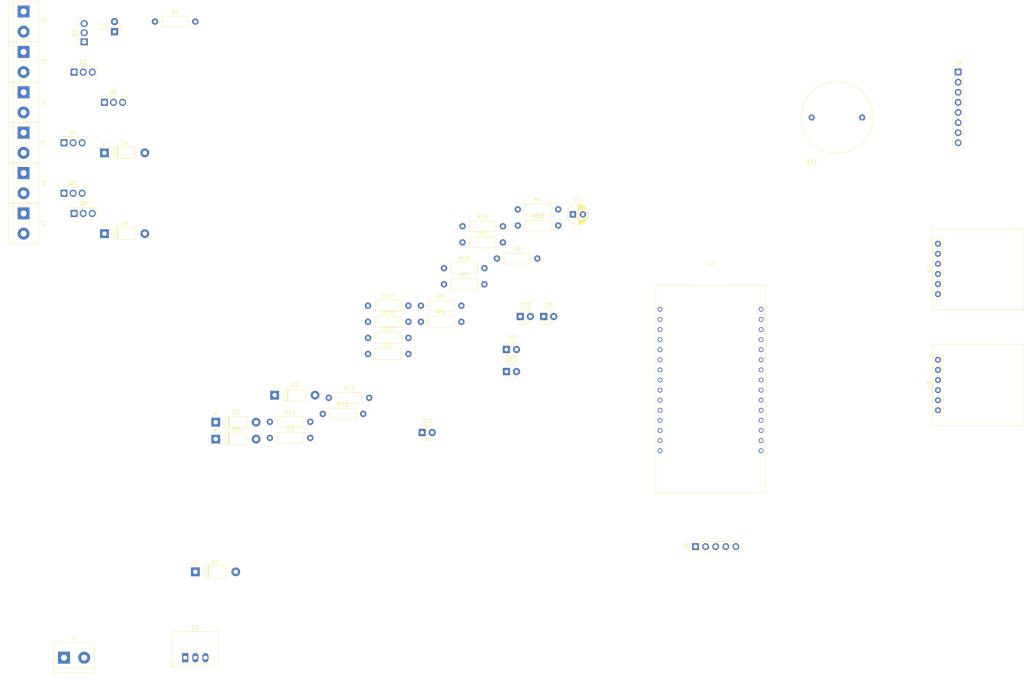
<source format=kicad_pcb>
(kicad_pcb (version 20171130) (host pcbnew 5.1.5-52549c5~84~ubuntu18.04.1)

  (general
    (thickness 1.6)
    (drawings 0)
    (tracks 0)
    (zones 0)
    (modules 51)
    (nets 51)
  )

  (page A4)
  (layers
    (0 F.Cu signal)
    (31 B.Cu signal)
    (32 B.Adhes user)
    (33 F.Adhes user)
    (34 B.Paste user)
    (35 F.Paste user)
    (36 B.SilkS user)
    (37 F.SilkS user)
    (38 B.Mask user)
    (39 F.Mask user)
    (40 Dwgs.User user)
    (41 Cmts.User user)
    (42 Eco1.User user)
    (43 Eco2.User user)
    (44 Edge.Cuts user)
    (45 Margin user)
    (46 B.CrtYd user)
    (47 F.CrtYd user)
    (48 B.Fab user)
    (49 F.Fab user)
  )

  (setup
    (last_trace_width 0.25)
    (trace_clearance 0.2)
    (zone_clearance 0.508)
    (zone_45_only no)
    (trace_min 0.2)
    (via_size 0.8)
    (via_drill 0.4)
    (via_min_size 0.4)
    (via_min_drill 0.3)
    (uvia_size 0.3)
    (uvia_drill 0.1)
    (uvias_allowed no)
    (uvia_min_size 0.2)
    (uvia_min_drill 0.1)
    (edge_width 0.05)
    (segment_width 0.2)
    (pcb_text_width 0.3)
    (pcb_text_size 1.5 1.5)
    (mod_edge_width 0.12)
    (mod_text_size 1 1)
    (mod_text_width 0.15)
    (pad_size 1.524 1.524)
    (pad_drill 0.762)
    (pad_to_mask_clearance 0.051)
    (solder_mask_min_width 0.25)
    (aux_axis_origin 0 0)
    (visible_elements FFFFFF7F)
    (pcbplotparams
      (layerselection 0x010fc_ffffffff)
      (usegerberextensions false)
      (usegerberattributes false)
      (usegerberadvancedattributes false)
      (creategerberjobfile false)
      (excludeedgelayer true)
      (linewidth 0.100000)
      (plotframeref false)
      (viasonmask false)
      (mode 1)
      (useauxorigin false)
      (hpglpennumber 1)
      (hpglpenspeed 20)
      (hpglpendiameter 15.000000)
      (psnegative false)
      (psa4output false)
      (plotreference true)
      (plotvalue true)
      (plotinvisibletext false)
      (padsonsilk false)
      (subtractmaskfromsilk false)
      (outputformat 1)
      (mirror false)
      (drillshape 1)
      (scaleselection 1)
      (outputdirectory ""))
  )

  (net 0 "")
  (net 1 "Net-(BZ1-Pad1)")
  (net 2 Earth)
  (net 3 +12V)
  (net 4 "Net-(D1-Pad2)")
  (net 5 "Net-(D2-Pad2)")
  (net 6 "Net-(D3-Pad2)")
  (net 7 "Net-(D10-Pad1)")
  (net 8 "Net-(D11-Pad1)")
  (net 9 "Net-(D12-Pad1)")
  (net 10 "Net-(D7-Pad2)")
  (net 11 "Net-(D8-Pad2)")
  (net 12 "Net-(D9-Pad2)")
  (net 13 "Net-(D10-Pad2)")
  (net 14 "Net-(D11-Pad2)")
  (net 15 "Net-(D12-Pad2)")
  (net 16 /ROT_DT)
  (net 17 /ROT_CLK)
  (net 18 /SW)
  (net 19 /BUSY)
  (net 20 /RST)
  (net 21 /DC)
  (net 22 /CS)
  (net 23 /CLK)
  (net 24 /DIN)
  (net 25 +3V3)
  (net 26 "Net-(Q1-Pad1)")
  (net 27 "Net-(Q2-Pad1)")
  (net 28 "Net-(Q3-Pad1)")
  (net 29 "Net-(Q4-Pad1)")
  (net 30 "Net-(Q5-Pad1)")
  (net 31 "Net-(Q6-Pad1)")
  (net 32 "Net-(R13-Pad2)")
  (net 33 "Net-(R14-Pad2)")
  (net 34 "Net-(R15-Pad2)")
  (net 35 "Net-(R16-Pad2)")
  (net 36 "Net-(R17-Pad2)")
  (net 37 "Net-(R18-Pad2)")
  (net 38 "Net-(U1-Pad3)")
  (net 39 "Net-(U2-Pad1)")
  (net 40 "Net-(U2-Pad28)")
  (net 41 "Net-(U2-Pad3)")
  (net 42 "Net-(U2-Pad27)")
  (net 43 "Net-(U2-Pad4)")
  (net 44 "Net-(U2-Pad5)")
  (net 45 "Net-(U2-Pad25)")
  (net 46 "Net-(U2-Pad21)")
  (net 47 "Net-(U2-Pad20)")
  (net 48 "Net-(U2-Pad19)")
  (net 49 "Net-(U3-Pad2)")
  (net 50 "Net-(U4-Pad2)")

  (net_class Default "This is the default net class."
    (clearance 0.2)
    (trace_width 0.25)
    (via_dia 0.8)
    (via_drill 0.4)
    (uvia_dia 0.3)
    (uvia_drill 0.1)
    (add_net +12V)
    (add_net +3V3)
    (add_net /BUSY)
    (add_net /CLK)
    (add_net /CS)
    (add_net /DC)
    (add_net /DIN)
    (add_net /ROT_CLK)
    (add_net /ROT_DT)
    (add_net /RST)
    (add_net /SW)
    (add_net Earth)
    (add_net "Net-(BZ1-Pad1)")
    (add_net "Net-(D1-Pad2)")
    (add_net "Net-(D10-Pad1)")
    (add_net "Net-(D10-Pad2)")
    (add_net "Net-(D11-Pad1)")
    (add_net "Net-(D11-Pad2)")
    (add_net "Net-(D12-Pad1)")
    (add_net "Net-(D12-Pad2)")
    (add_net "Net-(D2-Pad2)")
    (add_net "Net-(D3-Pad2)")
    (add_net "Net-(D7-Pad2)")
    (add_net "Net-(D8-Pad2)")
    (add_net "Net-(D9-Pad2)")
    (add_net "Net-(Q1-Pad1)")
    (add_net "Net-(Q2-Pad1)")
    (add_net "Net-(Q3-Pad1)")
    (add_net "Net-(Q4-Pad1)")
    (add_net "Net-(Q5-Pad1)")
    (add_net "Net-(Q6-Pad1)")
    (add_net "Net-(R13-Pad2)")
    (add_net "Net-(R14-Pad2)")
    (add_net "Net-(R15-Pad2)")
    (add_net "Net-(R16-Pad2)")
    (add_net "Net-(R17-Pad2)")
    (add_net "Net-(R18-Pad2)")
    (add_net "Net-(U1-Pad3)")
    (add_net "Net-(U2-Pad1)")
    (add_net "Net-(U2-Pad19)")
    (add_net "Net-(U2-Pad20)")
    (add_net "Net-(U2-Pad21)")
    (add_net "Net-(U2-Pad25)")
    (add_net "Net-(U2-Pad27)")
    (add_net "Net-(U2-Pad28)")
    (add_net "Net-(U2-Pad3)")
    (add_net "Net-(U2-Pad4)")
    (add_net "Net-(U2-Pad5)")
    (add_net "Net-(U3-Pad2)")
    (add_net "Net-(U4-Pad2)")
  )

  (module incinerator:Buzzer_BM_15B (layer F.Cu) (tedit 5E185783) (tstamp 5E18C7CC)
    (at 226.06 46.99)
    (path /5DDA88F7)
    (fp_text reference BZ1 (at 0 11.176) (layer F.SilkS)
      (effects (font (size 1 1) (thickness 0.15)))
    )
    (fp_text value Buzzer (at 0 -11.684) (layer F.Fab)
      (effects (font (size 1 1) (thickness 0.15)))
    )
    (fp_circle (center 6.4 0) (end 15.4 0) (layer F.SilkS) (width 0.12))
    (pad 1 thru_hole circle (at 0 0) (size 1.524 1.524) (drill 0.762) (layers *.Cu *.Mask)
      (net 1 "Net-(BZ1-Pad1)"))
    (pad 2 thru_hole circle (at 12.7 0) (size 1.524 1.524) (drill 0.762) (layers *.Cu *.Mask)
      (net 2 Earth))
  )

  (module Capacitor_THT:CP_Radial_D5.0mm_P2.50mm (layer F.Cu) (tedit 5AE50EF0) (tstamp 5E18C850)
    (at 166.044776 71.355001)
    (descr "CP, Radial series, Radial, pin pitch=2.50mm, , diameter=5mm, Electrolytic Capacitor")
    (tags "CP Radial series Radial pin pitch 2.50mm  diameter 5mm Electrolytic Capacitor")
    (path /5E15BA5E)
    (fp_text reference C1 (at 1.25 -3.75) (layer F.SilkS)
      (effects (font (size 1 1) (thickness 0.15)))
    )
    (fp_text value 4.7u (at 1.25 3.75) (layer F.Fab)
      (effects (font (size 1 1) (thickness 0.15)))
    )
    (fp_circle (center 1.25 0) (end 3.75 0) (layer F.Fab) (width 0.1))
    (fp_circle (center 1.25 0) (end 3.87 0) (layer F.SilkS) (width 0.12))
    (fp_circle (center 1.25 0) (end 4 0) (layer F.CrtYd) (width 0.05))
    (fp_line (start -0.883605 -1.0875) (end -0.383605 -1.0875) (layer F.Fab) (width 0.1))
    (fp_line (start -0.633605 -1.3375) (end -0.633605 -0.8375) (layer F.Fab) (width 0.1))
    (fp_line (start 1.25 -2.58) (end 1.25 2.58) (layer F.SilkS) (width 0.12))
    (fp_line (start 1.29 -2.58) (end 1.29 2.58) (layer F.SilkS) (width 0.12))
    (fp_line (start 1.33 -2.579) (end 1.33 2.579) (layer F.SilkS) (width 0.12))
    (fp_line (start 1.37 -2.578) (end 1.37 2.578) (layer F.SilkS) (width 0.12))
    (fp_line (start 1.41 -2.576) (end 1.41 2.576) (layer F.SilkS) (width 0.12))
    (fp_line (start 1.45 -2.573) (end 1.45 2.573) (layer F.SilkS) (width 0.12))
    (fp_line (start 1.49 -2.569) (end 1.49 -1.04) (layer F.SilkS) (width 0.12))
    (fp_line (start 1.49 1.04) (end 1.49 2.569) (layer F.SilkS) (width 0.12))
    (fp_line (start 1.53 -2.565) (end 1.53 -1.04) (layer F.SilkS) (width 0.12))
    (fp_line (start 1.53 1.04) (end 1.53 2.565) (layer F.SilkS) (width 0.12))
    (fp_line (start 1.57 -2.561) (end 1.57 -1.04) (layer F.SilkS) (width 0.12))
    (fp_line (start 1.57 1.04) (end 1.57 2.561) (layer F.SilkS) (width 0.12))
    (fp_line (start 1.61 -2.556) (end 1.61 -1.04) (layer F.SilkS) (width 0.12))
    (fp_line (start 1.61 1.04) (end 1.61 2.556) (layer F.SilkS) (width 0.12))
    (fp_line (start 1.65 -2.55) (end 1.65 -1.04) (layer F.SilkS) (width 0.12))
    (fp_line (start 1.65 1.04) (end 1.65 2.55) (layer F.SilkS) (width 0.12))
    (fp_line (start 1.69 -2.543) (end 1.69 -1.04) (layer F.SilkS) (width 0.12))
    (fp_line (start 1.69 1.04) (end 1.69 2.543) (layer F.SilkS) (width 0.12))
    (fp_line (start 1.73 -2.536) (end 1.73 -1.04) (layer F.SilkS) (width 0.12))
    (fp_line (start 1.73 1.04) (end 1.73 2.536) (layer F.SilkS) (width 0.12))
    (fp_line (start 1.77 -2.528) (end 1.77 -1.04) (layer F.SilkS) (width 0.12))
    (fp_line (start 1.77 1.04) (end 1.77 2.528) (layer F.SilkS) (width 0.12))
    (fp_line (start 1.81 -2.52) (end 1.81 -1.04) (layer F.SilkS) (width 0.12))
    (fp_line (start 1.81 1.04) (end 1.81 2.52) (layer F.SilkS) (width 0.12))
    (fp_line (start 1.85 -2.511) (end 1.85 -1.04) (layer F.SilkS) (width 0.12))
    (fp_line (start 1.85 1.04) (end 1.85 2.511) (layer F.SilkS) (width 0.12))
    (fp_line (start 1.89 -2.501) (end 1.89 -1.04) (layer F.SilkS) (width 0.12))
    (fp_line (start 1.89 1.04) (end 1.89 2.501) (layer F.SilkS) (width 0.12))
    (fp_line (start 1.93 -2.491) (end 1.93 -1.04) (layer F.SilkS) (width 0.12))
    (fp_line (start 1.93 1.04) (end 1.93 2.491) (layer F.SilkS) (width 0.12))
    (fp_line (start 1.971 -2.48) (end 1.971 -1.04) (layer F.SilkS) (width 0.12))
    (fp_line (start 1.971 1.04) (end 1.971 2.48) (layer F.SilkS) (width 0.12))
    (fp_line (start 2.011 -2.468) (end 2.011 -1.04) (layer F.SilkS) (width 0.12))
    (fp_line (start 2.011 1.04) (end 2.011 2.468) (layer F.SilkS) (width 0.12))
    (fp_line (start 2.051 -2.455) (end 2.051 -1.04) (layer F.SilkS) (width 0.12))
    (fp_line (start 2.051 1.04) (end 2.051 2.455) (layer F.SilkS) (width 0.12))
    (fp_line (start 2.091 -2.442) (end 2.091 -1.04) (layer F.SilkS) (width 0.12))
    (fp_line (start 2.091 1.04) (end 2.091 2.442) (layer F.SilkS) (width 0.12))
    (fp_line (start 2.131 -2.428) (end 2.131 -1.04) (layer F.SilkS) (width 0.12))
    (fp_line (start 2.131 1.04) (end 2.131 2.428) (layer F.SilkS) (width 0.12))
    (fp_line (start 2.171 -2.414) (end 2.171 -1.04) (layer F.SilkS) (width 0.12))
    (fp_line (start 2.171 1.04) (end 2.171 2.414) (layer F.SilkS) (width 0.12))
    (fp_line (start 2.211 -2.398) (end 2.211 -1.04) (layer F.SilkS) (width 0.12))
    (fp_line (start 2.211 1.04) (end 2.211 2.398) (layer F.SilkS) (width 0.12))
    (fp_line (start 2.251 -2.382) (end 2.251 -1.04) (layer F.SilkS) (width 0.12))
    (fp_line (start 2.251 1.04) (end 2.251 2.382) (layer F.SilkS) (width 0.12))
    (fp_line (start 2.291 -2.365) (end 2.291 -1.04) (layer F.SilkS) (width 0.12))
    (fp_line (start 2.291 1.04) (end 2.291 2.365) (layer F.SilkS) (width 0.12))
    (fp_line (start 2.331 -2.348) (end 2.331 -1.04) (layer F.SilkS) (width 0.12))
    (fp_line (start 2.331 1.04) (end 2.331 2.348) (layer F.SilkS) (width 0.12))
    (fp_line (start 2.371 -2.329) (end 2.371 -1.04) (layer F.SilkS) (width 0.12))
    (fp_line (start 2.371 1.04) (end 2.371 2.329) (layer F.SilkS) (width 0.12))
    (fp_line (start 2.411 -2.31) (end 2.411 -1.04) (layer F.SilkS) (width 0.12))
    (fp_line (start 2.411 1.04) (end 2.411 2.31) (layer F.SilkS) (width 0.12))
    (fp_line (start 2.451 -2.29) (end 2.451 -1.04) (layer F.SilkS) (width 0.12))
    (fp_line (start 2.451 1.04) (end 2.451 2.29) (layer F.SilkS) (width 0.12))
    (fp_line (start 2.491 -2.268) (end 2.491 -1.04) (layer F.SilkS) (width 0.12))
    (fp_line (start 2.491 1.04) (end 2.491 2.268) (layer F.SilkS) (width 0.12))
    (fp_line (start 2.531 -2.247) (end 2.531 -1.04) (layer F.SilkS) (width 0.12))
    (fp_line (start 2.531 1.04) (end 2.531 2.247) (layer F.SilkS) (width 0.12))
    (fp_line (start 2.571 -2.224) (end 2.571 -1.04) (layer F.SilkS) (width 0.12))
    (fp_line (start 2.571 1.04) (end 2.571 2.224) (layer F.SilkS) (width 0.12))
    (fp_line (start 2.611 -2.2) (end 2.611 -1.04) (layer F.SilkS) (width 0.12))
    (fp_line (start 2.611 1.04) (end 2.611 2.2) (layer F.SilkS) (width 0.12))
    (fp_line (start 2.651 -2.175) (end 2.651 -1.04) (layer F.SilkS) (width 0.12))
    (fp_line (start 2.651 1.04) (end 2.651 2.175) (layer F.SilkS) (width 0.12))
    (fp_line (start 2.691 -2.149) (end 2.691 -1.04) (layer F.SilkS) (width 0.12))
    (fp_line (start 2.691 1.04) (end 2.691 2.149) (layer F.SilkS) (width 0.12))
    (fp_line (start 2.731 -2.122) (end 2.731 -1.04) (layer F.SilkS) (width 0.12))
    (fp_line (start 2.731 1.04) (end 2.731 2.122) (layer F.SilkS) (width 0.12))
    (fp_line (start 2.771 -2.095) (end 2.771 -1.04) (layer F.SilkS) (width 0.12))
    (fp_line (start 2.771 1.04) (end 2.771 2.095) (layer F.SilkS) (width 0.12))
    (fp_line (start 2.811 -2.065) (end 2.811 -1.04) (layer F.SilkS) (width 0.12))
    (fp_line (start 2.811 1.04) (end 2.811 2.065) (layer F.SilkS) (width 0.12))
    (fp_line (start 2.851 -2.035) (end 2.851 -1.04) (layer F.SilkS) (width 0.12))
    (fp_line (start 2.851 1.04) (end 2.851 2.035) (layer F.SilkS) (width 0.12))
    (fp_line (start 2.891 -2.004) (end 2.891 -1.04) (layer F.SilkS) (width 0.12))
    (fp_line (start 2.891 1.04) (end 2.891 2.004) (layer F.SilkS) (width 0.12))
    (fp_line (start 2.931 -1.971) (end 2.931 -1.04) (layer F.SilkS) (width 0.12))
    (fp_line (start 2.931 1.04) (end 2.931 1.971) (layer F.SilkS) (width 0.12))
    (fp_line (start 2.971 -1.937) (end 2.971 -1.04) (layer F.SilkS) (width 0.12))
    (fp_line (start 2.971 1.04) (end 2.971 1.937) (layer F.SilkS) (width 0.12))
    (fp_line (start 3.011 -1.901) (end 3.011 -1.04) (layer F.SilkS) (width 0.12))
    (fp_line (start 3.011 1.04) (end 3.011 1.901) (layer F.SilkS) (width 0.12))
    (fp_line (start 3.051 -1.864) (end 3.051 -1.04) (layer F.SilkS) (width 0.12))
    (fp_line (start 3.051 1.04) (end 3.051 1.864) (layer F.SilkS) (width 0.12))
    (fp_line (start 3.091 -1.826) (end 3.091 -1.04) (layer F.SilkS) (width 0.12))
    (fp_line (start 3.091 1.04) (end 3.091 1.826) (layer F.SilkS) (width 0.12))
    (fp_line (start 3.131 -1.785) (end 3.131 -1.04) (layer F.SilkS) (width 0.12))
    (fp_line (start 3.131 1.04) (end 3.131 1.785) (layer F.SilkS) (width 0.12))
    (fp_line (start 3.171 -1.743) (end 3.171 -1.04) (layer F.SilkS) (width 0.12))
    (fp_line (start 3.171 1.04) (end 3.171 1.743) (layer F.SilkS) (width 0.12))
    (fp_line (start 3.211 -1.699) (end 3.211 -1.04) (layer F.SilkS) (width 0.12))
    (fp_line (start 3.211 1.04) (end 3.211 1.699) (layer F.SilkS) (width 0.12))
    (fp_line (start 3.251 -1.653) (end 3.251 -1.04) (layer F.SilkS) (width 0.12))
    (fp_line (start 3.251 1.04) (end 3.251 1.653) (layer F.SilkS) (width 0.12))
    (fp_line (start 3.291 -1.605) (end 3.291 -1.04) (layer F.SilkS) (width 0.12))
    (fp_line (start 3.291 1.04) (end 3.291 1.605) (layer F.SilkS) (width 0.12))
    (fp_line (start 3.331 -1.554) (end 3.331 -1.04) (layer F.SilkS) (width 0.12))
    (fp_line (start 3.331 1.04) (end 3.331 1.554) (layer F.SilkS) (width 0.12))
    (fp_line (start 3.371 -1.5) (end 3.371 -1.04) (layer F.SilkS) (width 0.12))
    (fp_line (start 3.371 1.04) (end 3.371 1.5) (layer F.SilkS) (width 0.12))
    (fp_line (start 3.411 -1.443) (end 3.411 -1.04) (layer F.SilkS) (width 0.12))
    (fp_line (start 3.411 1.04) (end 3.411 1.443) (layer F.SilkS) (width 0.12))
    (fp_line (start 3.451 -1.383) (end 3.451 -1.04) (layer F.SilkS) (width 0.12))
    (fp_line (start 3.451 1.04) (end 3.451 1.383) (layer F.SilkS) (width 0.12))
    (fp_line (start 3.491 -1.319) (end 3.491 -1.04) (layer F.SilkS) (width 0.12))
    (fp_line (start 3.491 1.04) (end 3.491 1.319) (layer F.SilkS) (width 0.12))
    (fp_line (start 3.531 -1.251) (end 3.531 -1.04) (layer F.SilkS) (width 0.12))
    (fp_line (start 3.531 1.04) (end 3.531 1.251) (layer F.SilkS) (width 0.12))
    (fp_line (start 3.571 -1.178) (end 3.571 1.178) (layer F.SilkS) (width 0.12))
    (fp_line (start 3.611 -1.098) (end 3.611 1.098) (layer F.SilkS) (width 0.12))
    (fp_line (start 3.651 -1.011) (end 3.651 1.011) (layer F.SilkS) (width 0.12))
    (fp_line (start 3.691 -0.915) (end 3.691 0.915) (layer F.SilkS) (width 0.12))
    (fp_line (start 3.731 -0.805) (end 3.731 0.805) (layer F.SilkS) (width 0.12))
    (fp_line (start 3.771 -0.677) (end 3.771 0.677) (layer F.SilkS) (width 0.12))
    (fp_line (start 3.811 -0.518) (end 3.811 0.518) (layer F.SilkS) (width 0.12))
    (fp_line (start 3.851 -0.284) (end 3.851 0.284) (layer F.SilkS) (width 0.12))
    (fp_line (start -1.554775 -1.475) (end -1.054775 -1.475) (layer F.SilkS) (width 0.12))
    (fp_line (start -1.304775 -1.725) (end -1.304775 -1.225) (layer F.SilkS) (width 0.12))
    (fp_text user %R (at 1.25 0) (layer F.Fab)
      (effects (font (size 1 1) (thickness 0.15)))
    )
    (pad 1 thru_hole rect (at 0 0) (size 1.6 1.6) (drill 0.8) (layers *.Cu *.Mask)
      (net 3 +12V))
    (pad 2 thru_hole circle (at 2.5 0) (size 1.6 1.6) (drill 0.8) (layers *.Cu *.Mask)
      (net 2 Earth))
    (model ${KISYS3DMOD}/Capacitor_THT.3dshapes/CP_Radial_D5.0mm_P2.50mm.wrl
      (at (xyz 0 0 0))
      (scale (xyz 1 1 1))
      (rotate (xyz 0 0 0))
    )
  )

  (module Diode_THT:D_DO-41_SOD81_P10.16mm_Horizontal (layer F.Cu) (tedit 5AE50CD5) (tstamp 5E18C86F)
    (at 71.12 161.29)
    (descr "Diode, DO-41_SOD81 series, Axial, Horizontal, pin pitch=10.16mm, , length*diameter=5.2*2.7mm^2, , http://www.diodes.com/_files/packages/DO-41%20(Plastic).pdf")
    (tags "Diode DO-41_SOD81 series Axial Horizontal pin pitch 10.16mm  length 5.2mm diameter 2.7mm")
    (path /5E16CB7B)
    (fp_text reference D1 (at 5.08 -2.47) (layer F.SilkS)
      (effects (font (size 1 1) (thickness 0.15)))
    )
    (fp_text value D (at 5.08 2.47) (layer F.Fab)
      (effects (font (size 1 1) (thickness 0.15)))
    )
    (fp_line (start 2.48 -1.35) (end 2.48 1.35) (layer F.Fab) (width 0.1))
    (fp_line (start 2.48 1.35) (end 7.68 1.35) (layer F.Fab) (width 0.1))
    (fp_line (start 7.68 1.35) (end 7.68 -1.35) (layer F.Fab) (width 0.1))
    (fp_line (start 7.68 -1.35) (end 2.48 -1.35) (layer F.Fab) (width 0.1))
    (fp_line (start 0 0) (end 2.48 0) (layer F.Fab) (width 0.1))
    (fp_line (start 10.16 0) (end 7.68 0) (layer F.Fab) (width 0.1))
    (fp_line (start 3.26 -1.35) (end 3.26 1.35) (layer F.Fab) (width 0.1))
    (fp_line (start 3.36 -1.35) (end 3.36 1.35) (layer F.Fab) (width 0.1))
    (fp_line (start 3.16 -1.35) (end 3.16 1.35) (layer F.Fab) (width 0.1))
    (fp_line (start 2.36 -1.47) (end 2.36 1.47) (layer F.SilkS) (width 0.12))
    (fp_line (start 2.36 1.47) (end 7.8 1.47) (layer F.SilkS) (width 0.12))
    (fp_line (start 7.8 1.47) (end 7.8 -1.47) (layer F.SilkS) (width 0.12))
    (fp_line (start 7.8 -1.47) (end 2.36 -1.47) (layer F.SilkS) (width 0.12))
    (fp_line (start 1.34 0) (end 2.36 0) (layer F.SilkS) (width 0.12))
    (fp_line (start 8.82 0) (end 7.8 0) (layer F.SilkS) (width 0.12))
    (fp_line (start 3.26 -1.47) (end 3.26 1.47) (layer F.SilkS) (width 0.12))
    (fp_line (start 3.38 -1.47) (end 3.38 1.47) (layer F.SilkS) (width 0.12))
    (fp_line (start 3.14 -1.47) (end 3.14 1.47) (layer F.SilkS) (width 0.12))
    (fp_line (start -1.35 -1.6) (end -1.35 1.6) (layer F.CrtYd) (width 0.05))
    (fp_line (start -1.35 1.6) (end 11.51 1.6) (layer F.CrtYd) (width 0.05))
    (fp_line (start 11.51 1.6) (end 11.51 -1.6) (layer F.CrtYd) (width 0.05))
    (fp_line (start 11.51 -1.6) (end -1.35 -1.6) (layer F.CrtYd) (width 0.05))
    (fp_text user %R (at 5.47 0) (layer F.Fab)
      (effects (font (size 1 1) (thickness 0.15)))
    )
    (fp_text user K (at 0 -2.1) (layer F.Fab)
      (effects (font (size 1 1) (thickness 0.15)))
    )
    (fp_text user K (at 0 -2.1) (layer F.SilkS)
      (effects (font (size 1 1) (thickness 0.15)))
    )
    (pad 1 thru_hole rect (at 0 0) (size 2.2 2.2) (drill 1.1) (layers *.Cu *.Mask)
      (net 3 +12V))
    (pad 2 thru_hole oval (at 10.16 0) (size 2.2 2.2) (drill 1.1) (layers *.Cu *.Mask)
      (net 4 "Net-(D1-Pad2)"))
    (model ${KISYS3DMOD}/Diode_THT.3dshapes/D_DO-41_SOD81_P10.16mm_Horizontal.wrl
      (at (xyz 0 0 0))
      (scale (xyz 1 1 1))
      (rotate (xyz 0 0 0))
    )
  )

  (module Diode_THT:D_DO-41_SOD81_P10.16mm_Horizontal (layer F.Cu) (tedit 5AE50CD5) (tstamp 5E18C88E)
    (at 91.055001 116.835001)
    (descr "Diode, DO-41_SOD81 series, Axial, Horizontal, pin pitch=10.16mm, , length*diameter=5.2*2.7mm^2, , http://www.diodes.com/_files/packages/DO-41%20(Plastic).pdf")
    (tags "Diode DO-41_SOD81 series Axial Horizontal pin pitch 10.16mm  length 5.2mm diameter 2.7mm")
    (path /5E2F28F3)
    (fp_text reference D2 (at 5.08 -2.47) (layer F.SilkS)
      (effects (font (size 1 1) (thickness 0.15)))
    )
    (fp_text value D (at 5.08 2.47) (layer F.Fab)
      (effects (font (size 1 1) (thickness 0.15)))
    )
    (fp_line (start 2.48 -1.35) (end 2.48 1.35) (layer F.Fab) (width 0.1))
    (fp_line (start 2.48 1.35) (end 7.68 1.35) (layer F.Fab) (width 0.1))
    (fp_line (start 7.68 1.35) (end 7.68 -1.35) (layer F.Fab) (width 0.1))
    (fp_line (start 7.68 -1.35) (end 2.48 -1.35) (layer F.Fab) (width 0.1))
    (fp_line (start 0 0) (end 2.48 0) (layer F.Fab) (width 0.1))
    (fp_line (start 10.16 0) (end 7.68 0) (layer F.Fab) (width 0.1))
    (fp_line (start 3.26 -1.35) (end 3.26 1.35) (layer F.Fab) (width 0.1))
    (fp_line (start 3.36 -1.35) (end 3.36 1.35) (layer F.Fab) (width 0.1))
    (fp_line (start 3.16 -1.35) (end 3.16 1.35) (layer F.Fab) (width 0.1))
    (fp_line (start 2.36 -1.47) (end 2.36 1.47) (layer F.SilkS) (width 0.12))
    (fp_line (start 2.36 1.47) (end 7.8 1.47) (layer F.SilkS) (width 0.12))
    (fp_line (start 7.8 1.47) (end 7.8 -1.47) (layer F.SilkS) (width 0.12))
    (fp_line (start 7.8 -1.47) (end 2.36 -1.47) (layer F.SilkS) (width 0.12))
    (fp_line (start 1.34 0) (end 2.36 0) (layer F.SilkS) (width 0.12))
    (fp_line (start 8.82 0) (end 7.8 0) (layer F.SilkS) (width 0.12))
    (fp_line (start 3.26 -1.47) (end 3.26 1.47) (layer F.SilkS) (width 0.12))
    (fp_line (start 3.38 -1.47) (end 3.38 1.47) (layer F.SilkS) (width 0.12))
    (fp_line (start 3.14 -1.47) (end 3.14 1.47) (layer F.SilkS) (width 0.12))
    (fp_line (start -1.35 -1.6) (end -1.35 1.6) (layer F.CrtYd) (width 0.05))
    (fp_line (start -1.35 1.6) (end 11.51 1.6) (layer F.CrtYd) (width 0.05))
    (fp_line (start 11.51 1.6) (end 11.51 -1.6) (layer F.CrtYd) (width 0.05))
    (fp_line (start 11.51 -1.6) (end -1.35 -1.6) (layer F.CrtYd) (width 0.05))
    (fp_text user %R (at 5.47 0) (layer F.Fab)
      (effects (font (size 1 1) (thickness 0.15)))
    )
    (fp_text user K (at 0 -2.1) (layer F.Fab)
      (effects (font (size 1 1) (thickness 0.15)))
    )
    (fp_text user K (at 0 -2.1) (layer F.SilkS)
      (effects (font (size 1 1) (thickness 0.15)))
    )
    (pad 1 thru_hole rect (at 0 0) (size 2.2 2.2) (drill 1.1) (layers *.Cu *.Mask)
      (net 3 +12V))
    (pad 2 thru_hole oval (at 10.16 0) (size 2.2 2.2) (drill 1.1) (layers *.Cu *.Mask)
      (net 5 "Net-(D2-Pad2)"))
    (model ${KISYS3DMOD}/Diode_THT.3dshapes/D_DO-41_SOD81_P10.16mm_Horizontal.wrl
      (at (xyz 0 0 0))
      (scale (xyz 1 1 1))
      (rotate (xyz 0 0 0))
    )
  )

  (module Diode_THT:D_DO-41_SOD81_P10.16mm_Horizontal (layer F.Cu) (tedit 5AE50CD5) (tstamp 5E18C8AD)
    (at 76.245001 123.635001)
    (descr "Diode, DO-41_SOD81 series, Axial, Horizontal, pin pitch=10.16mm, , length*diameter=5.2*2.7mm^2, , http://www.diodes.com/_files/packages/DO-41%20(Plastic).pdf")
    (tags "Diode DO-41_SOD81 series Axial Horizontal pin pitch 10.16mm  length 5.2mm diameter 2.7mm")
    (path /5E2F83C4)
    (fp_text reference D3 (at 5.08 -2.47) (layer F.SilkS)
      (effects (font (size 1 1) (thickness 0.15)))
    )
    (fp_text value D (at 5.08 2.47) (layer F.Fab)
      (effects (font (size 1 1) (thickness 0.15)))
    )
    (fp_text user K (at 0 -2.1) (layer F.SilkS)
      (effects (font (size 1 1) (thickness 0.15)))
    )
    (fp_text user K (at 0 -2.1) (layer F.Fab)
      (effects (font (size 1 1) (thickness 0.15)))
    )
    (fp_text user %R (at 5.47 0) (layer F.Fab)
      (effects (font (size 1 1) (thickness 0.15)))
    )
    (fp_line (start 11.51 -1.6) (end -1.35 -1.6) (layer F.CrtYd) (width 0.05))
    (fp_line (start 11.51 1.6) (end 11.51 -1.6) (layer F.CrtYd) (width 0.05))
    (fp_line (start -1.35 1.6) (end 11.51 1.6) (layer F.CrtYd) (width 0.05))
    (fp_line (start -1.35 -1.6) (end -1.35 1.6) (layer F.CrtYd) (width 0.05))
    (fp_line (start 3.14 -1.47) (end 3.14 1.47) (layer F.SilkS) (width 0.12))
    (fp_line (start 3.38 -1.47) (end 3.38 1.47) (layer F.SilkS) (width 0.12))
    (fp_line (start 3.26 -1.47) (end 3.26 1.47) (layer F.SilkS) (width 0.12))
    (fp_line (start 8.82 0) (end 7.8 0) (layer F.SilkS) (width 0.12))
    (fp_line (start 1.34 0) (end 2.36 0) (layer F.SilkS) (width 0.12))
    (fp_line (start 7.8 -1.47) (end 2.36 -1.47) (layer F.SilkS) (width 0.12))
    (fp_line (start 7.8 1.47) (end 7.8 -1.47) (layer F.SilkS) (width 0.12))
    (fp_line (start 2.36 1.47) (end 7.8 1.47) (layer F.SilkS) (width 0.12))
    (fp_line (start 2.36 -1.47) (end 2.36 1.47) (layer F.SilkS) (width 0.12))
    (fp_line (start 3.16 -1.35) (end 3.16 1.35) (layer F.Fab) (width 0.1))
    (fp_line (start 3.36 -1.35) (end 3.36 1.35) (layer F.Fab) (width 0.1))
    (fp_line (start 3.26 -1.35) (end 3.26 1.35) (layer F.Fab) (width 0.1))
    (fp_line (start 10.16 0) (end 7.68 0) (layer F.Fab) (width 0.1))
    (fp_line (start 0 0) (end 2.48 0) (layer F.Fab) (width 0.1))
    (fp_line (start 7.68 -1.35) (end 2.48 -1.35) (layer F.Fab) (width 0.1))
    (fp_line (start 7.68 1.35) (end 7.68 -1.35) (layer F.Fab) (width 0.1))
    (fp_line (start 2.48 1.35) (end 7.68 1.35) (layer F.Fab) (width 0.1))
    (fp_line (start 2.48 -1.35) (end 2.48 1.35) (layer F.Fab) (width 0.1))
    (pad 2 thru_hole oval (at 10.16 0) (size 2.2 2.2) (drill 1.1) (layers *.Cu *.Mask)
      (net 6 "Net-(D3-Pad2)"))
    (pad 1 thru_hole rect (at 0 0) (size 2.2 2.2) (drill 1.1) (layers *.Cu *.Mask)
      (net 3 +12V))
    (model ${KISYS3DMOD}/Diode_THT.3dshapes/D_DO-41_SOD81_P10.16mm_Horizontal.wrl
      (at (xyz 0 0 0))
      (scale (xyz 1 1 1))
      (rotate (xyz 0 0 0))
    )
  )

  (module Diode_THT:D_DO-41_SOD81_P10.16mm_Horizontal (layer F.Cu) (tedit 5AE50CD5) (tstamp 5E18C8CC)
    (at 48.26 55.88)
    (descr "Diode, DO-41_SOD81 series, Axial, Horizontal, pin pitch=10.16mm, , length*diameter=5.2*2.7mm^2, , http://www.diodes.com/_files/packages/DO-41%20(Plastic).pdf")
    (tags "Diode DO-41_SOD81 series Axial Horizontal pin pitch 10.16mm  length 5.2mm diameter 2.7mm")
    (path /5E301041)
    (fp_text reference D4 (at 5.08 -2.47) (layer F.SilkS)
      (effects (font (size 1 1) (thickness 0.15)))
    )
    (fp_text value D (at 5.08 2.47) (layer F.Fab)
      (effects (font (size 1 1) (thickness 0.15)))
    )
    (fp_text user K (at 0 -2.1) (layer F.SilkS)
      (effects (font (size 1 1) (thickness 0.15)))
    )
    (fp_text user K (at 0 -2.1) (layer F.Fab)
      (effects (font (size 1 1) (thickness 0.15)))
    )
    (fp_text user %R (at 5.47 0) (layer F.Fab)
      (effects (font (size 1 1) (thickness 0.15)))
    )
    (fp_line (start 11.51 -1.6) (end -1.35 -1.6) (layer F.CrtYd) (width 0.05))
    (fp_line (start 11.51 1.6) (end 11.51 -1.6) (layer F.CrtYd) (width 0.05))
    (fp_line (start -1.35 1.6) (end 11.51 1.6) (layer F.CrtYd) (width 0.05))
    (fp_line (start -1.35 -1.6) (end -1.35 1.6) (layer F.CrtYd) (width 0.05))
    (fp_line (start 3.14 -1.47) (end 3.14 1.47) (layer F.SilkS) (width 0.12))
    (fp_line (start 3.38 -1.47) (end 3.38 1.47) (layer F.SilkS) (width 0.12))
    (fp_line (start 3.26 -1.47) (end 3.26 1.47) (layer F.SilkS) (width 0.12))
    (fp_line (start 8.82 0) (end 7.8 0) (layer F.SilkS) (width 0.12))
    (fp_line (start 1.34 0) (end 2.36 0) (layer F.SilkS) (width 0.12))
    (fp_line (start 7.8 -1.47) (end 2.36 -1.47) (layer F.SilkS) (width 0.12))
    (fp_line (start 7.8 1.47) (end 7.8 -1.47) (layer F.SilkS) (width 0.12))
    (fp_line (start 2.36 1.47) (end 7.8 1.47) (layer F.SilkS) (width 0.12))
    (fp_line (start 2.36 -1.47) (end 2.36 1.47) (layer F.SilkS) (width 0.12))
    (fp_line (start 3.16 -1.35) (end 3.16 1.35) (layer F.Fab) (width 0.1))
    (fp_line (start 3.36 -1.35) (end 3.36 1.35) (layer F.Fab) (width 0.1))
    (fp_line (start 3.26 -1.35) (end 3.26 1.35) (layer F.Fab) (width 0.1))
    (fp_line (start 10.16 0) (end 7.68 0) (layer F.Fab) (width 0.1))
    (fp_line (start 0 0) (end 2.48 0) (layer F.Fab) (width 0.1))
    (fp_line (start 7.68 -1.35) (end 2.48 -1.35) (layer F.Fab) (width 0.1))
    (fp_line (start 7.68 1.35) (end 7.68 -1.35) (layer F.Fab) (width 0.1))
    (fp_line (start 2.48 1.35) (end 7.68 1.35) (layer F.Fab) (width 0.1))
    (fp_line (start 2.48 -1.35) (end 2.48 1.35) (layer F.Fab) (width 0.1))
    (pad 2 thru_hole oval (at 10.16 0) (size 2.2 2.2) (drill 1.1) (layers *.Cu *.Mask)
      (net 7 "Net-(D10-Pad1)"))
    (pad 1 thru_hole rect (at 0 0) (size 2.2 2.2) (drill 1.1) (layers *.Cu *.Mask)
      (net 3 +12V))
    (model ${KISYS3DMOD}/Diode_THT.3dshapes/D_DO-41_SOD81_P10.16mm_Horizontal.wrl
      (at (xyz 0 0 0))
      (scale (xyz 1 1 1))
      (rotate (xyz 0 0 0))
    )
  )

  (module Diode_THT:D_DO-41_SOD81_P10.16mm_Horizontal (layer F.Cu) (tedit 5AE50CD5) (tstamp 5E18C8EB)
    (at 76.245001 127.885001)
    (descr "Diode, DO-41_SOD81 series, Axial, Horizontal, pin pitch=10.16mm, , length*diameter=5.2*2.7mm^2, , http://www.diodes.com/_files/packages/DO-41%20(Plastic).pdf")
    (tags "Diode DO-41_SOD81 series Axial Horizontal pin pitch 10.16mm  length 5.2mm diameter 2.7mm")
    (path /5E30D1F9)
    (fp_text reference D5 (at 5.08 -2.47) (layer F.SilkS)
      (effects (font (size 1 1) (thickness 0.15)))
    )
    (fp_text value D (at 5.08 2.47) (layer F.Fab)
      (effects (font (size 1 1) (thickness 0.15)))
    )
    (fp_text user K (at 0 -2.1) (layer F.SilkS)
      (effects (font (size 1 1) (thickness 0.15)))
    )
    (fp_text user K (at 0 -2.1) (layer F.Fab)
      (effects (font (size 1 1) (thickness 0.15)))
    )
    (fp_text user %R (at 5.47 0) (layer F.Fab)
      (effects (font (size 1 1) (thickness 0.15)))
    )
    (fp_line (start 11.51 -1.6) (end -1.35 -1.6) (layer F.CrtYd) (width 0.05))
    (fp_line (start 11.51 1.6) (end 11.51 -1.6) (layer F.CrtYd) (width 0.05))
    (fp_line (start -1.35 1.6) (end 11.51 1.6) (layer F.CrtYd) (width 0.05))
    (fp_line (start -1.35 -1.6) (end -1.35 1.6) (layer F.CrtYd) (width 0.05))
    (fp_line (start 3.14 -1.47) (end 3.14 1.47) (layer F.SilkS) (width 0.12))
    (fp_line (start 3.38 -1.47) (end 3.38 1.47) (layer F.SilkS) (width 0.12))
    (fp_line (start 3.26 -1.47) (end 3.26 1.47) (layer F.SilkS) (width 0.12))
    (fp_line (start 8.82 0) (end 7.8 0) (layer F.SilkS) (width 0.12))
    (fp_line (start 1.34 0) (end 2.36 0) (layer F.SilkS) (width 0.12))
    (fp_line (start 7.8 -1.47) (end 2.36 -1.47) (layer F.SilkS) (width 0.12))
    (fp_line (start 7.8 1.47) (end 7.8 -1.47) (layer F.SilkS) (width 0.12))
    (fp_line (start 2.36 1.47) (end 7.8 1.47) (layer F.SilkS) (width 0.12))
    (fp_line (start 2.36 -1.47) (end 2.36 1.47) (layer F.SilkS) (width 0.12))
    (fp_line (start 3.16 -1.35) (end 3.16 1.35) (layer F.Fab) (width 0.1))
    (fp_line (start 3.36 -1.35) (end 3.36 1.35) (layer F.Fab) (width 0.1))
    (fp_line (start 3.26 -1.35) (end 3.26 1.35) (layer F.Fab) (width 0.1))
    (fp_line (start 10.16 0) (end 7.68 0) (layer F.Fab) (width 0.1))
    (fp_line (start 0 0) (end 2.48 0) (layer F.Fab) (width 0.1))
    (fp_line (start 7.68 -1.35) (end 2.48 -1.35) (layer F.Fab) (width 0.1))
    (fp_line (start 7.68 1.35) (end 7.68 -1.35) (layer F.Fab) (width 0.1))
    (fp_line (start 2.48 1.35) (end 7.68 1.35) (layer F.Fab) (width 0.1))
    (fp_line (start 2.48 -1.35) (end 2.48 1.35) (layer F.Fab) (width 0.1))
    (pad 2 thru_hole oval (at 10.16 0) (size 2.2 2.2) (drill 1.1) (layers *.Cu *.Mask)
      (net 8 "Net-(D11-Pad1)"))
    (pad 1 thru_hole rect (at 0 0) (size 2.2 2.2) (drill 1.1) (layers *.Cu *.Mask)
      (net 3 +12V))
    (model ${KISYS3DMOD}/Diode_THT.3dshapes/D_DO-41_SOD81_P10.16mm_Horizontal.wrl
      (at (xyz 0 0 0))
      (scale (xyz 1 1 1))
      (rotate (xyz 0 0 0))
    )
  )

  (module Diode_THT:D_DO-41_SOD81_P10.16mm_Horizontal (layer F.Cu) (tedit 5AE50CD5) (tstamp 5E18C90A)
    (at 48.26 76.2)
    (descr "Diode, DO-41_SOD81 series, Axial, Horizontal, pin pitch=10.16mm, , length*diameter=5.2*2.7mm^2, , http://www.diodes.com/_files/packages/DO-41%20(Plastic).pdf")
    (tags "Diode DO-41_SOD81 series Axial Horizontal pin pitch 10.16mm  length 5.2mm diameter 2.7mm")
    (path /5E319DED)
    (fp_text reference D6 (at 5.08 -2.47) (layer F.SilkS)
      (effects (font (size 1 1) (thickness 0.15)))
    )
    (fp_text value D (at 5.08 2.47) (layer F.Fab)
      (effects (font (size 1 1) (thickness 0.15)))
    )
    (fp_line (start 2.48 -1.35) (end 2.48 1.35) (layer F.Fab) (width 0.1))
    (fp_line (start 2.48 1.35) (end 7.68 1.35) (layer F.Fab) (width 0.1))
    (fp_line (start 7.68 1.35) (end 7.68 -1.35) (layer F.Fab) (width 0.1))
    (fp_line (start 7.68 -1.35) (end 2.48 -1.35) (layer F.Fab) (width 0.1))
    (fp_line (start 0 0) (end 2.48 0) (layer F.Fab) (width 0.1))
    (fp_line (start 10.16 0) (end 7.68 0) (layer F.Fab) (width 0.1))
    (fp_line (start 3.26 -1.35) (end 3.26 1.35) (layer F.Fab) (width 0.1))
    (fp_line (start 3.36 -1.35) (end 3.36 1.35) (layer F.Fab) (width 0.1))
    (fp_line (start 3.16 -1.35) (end 3.16 1.35) (layer F.Fab) (width 0.1))
    (fp_line (start 2.36 -1.47) (end 2.36 1.47) (layer F.SilkS) (width 0.12))
    (fp_line (start 2.36 1.47) (end 7.8 1.47) (layer F.SilkS) (width 0.12))
    (fp_line (start 7.8 1.47) (end 7.8 -1.47) (layer F.SilkS) (width 0.12))
    (fp_line (start 7.8 -1.47) (end 2.36 -1.47) (layer F.SilkS) (width 0.12))
    (fp_line (start 1.34 0) (end 2.36 0) (layer F.SilkS) (width 0.12))
    (fp_line (start 8.82 0) (end 7.8 0) (layer F.SilkS) (width 0.12))
    (fp_line (start 3.26 -1.47) (end 3.26 1.47) (layer F.SilkS) (width 0.12))
    (fp_line (start 3.38 -1.47) (end 3.38 1.47) (layer F.SilkS) (width 0.12))
    (fp_line (start 3.14 -1.47) (end 3.14 1.47) (layer F.SilkS) (width 0.12))
    (fp_line (start -1.35 -1.6) (end -1.35 1.6) (layer F.CrtYd) (width 0.05))
    (fp_line (start -1.35 1.6) (end 11.51 1.6) (layer F.CrtYd) (width 0.05))
    (fp_line (start 11.51 1.6) (end 11.51 -1.6) (layer F.CrtYd) (width 0.05))
    (fp_line (start 11.51 -1.6) (end -1.35 -1.6) (layer F.CrtYd) (width 0.05))
    (fp_text user %R (at 5.47 0) (layer F.Fab)
      (effects (font (size 1 1) (thickness 0.15)))
    )
    (fp_text user K (at 0 -2.1) (layer F.Fab)
      (effects (font (size 1 1) (thickness 0.15)))
    )
    (fp_text user K (at 0 -2.1) (layer F.SilkS)
      (effects (font (size 1 1) (thickness 0.15)))
    )
    (pad 1 thru_hole rect (at 0 0) (size 2.2 2.2) (drill 1.1) (layers *.Cu *.Mask)
      (net 3 +12V))
    (pad 2 thru_hole oval (at 10.16 0) (size 2.2 2.2) (drill 1.1) (layers *.Cu *.Mask)
      (net 9 "Net-(D12-Pad1)"))
    (model ${KISYS3DMOD}/Diode_THT.3dshapes/D_DO-41_SOD81_P10.16mm_Horizontal.wrl
      (at (xyz 0 0 0))
      (scale (xyz 1 1 1))
      (rotate (xyz 0 0 0))
    )
  )

  (module LED_THT:LED_D3.0mm (layer F.Cu) (tedit 587A3A7B) (tstamp 5E18C91D)
    (at 50.8 25.4 90)
    (descr "LED, diameter 3.0mm, 2 pins")
    (tags "LED diameter 3.0mm 2 pins")
    (path /5E27C428)
    (fp_text reference D7 (at 1.27 -2.96 90) (layer F.SilkS)
      (effects (font (size 1 1) (thickness 0.15)))
    )
    (fp_text value RED (at 1.27 2.96 90) (layer F.Fab)
      (effects (font (size 1 1) (thickness 0.15)))
    )
    (fp_line (start 3.7 -2.25) (end -1.15 -2.25) (layer F.CrtYd) (width 0.05))
    (fp_line (start 3.7 2.25) (end 3.7 -2.25) (layer F.CrtYd) (width 0.05))
    (fp_line (start -1.15 2.25) (end 3.7 2.25) (layer F.CrtYd) (width 0.05))
    (fp_line (start -1.15 -2.25) (end -1.15 2.25) (layer F.CrtYd) (width 0.05))
    (fp_line (start -0.29 1.08) (end -0.29 1.236) (layer F.SilkS) (width 0.12))
    (fp_line (start -0.29 -1.236) (end -0.29 -1.08) (layer F.SilkS) (width 0.12))
    (fp_line (start -0.23 -1.16619) (end -0.23 1.16619) (layer F.Fab) (width 0.1))
    (fp_circle (center 1.27 0) (end 2.77 0) (layer F.Fab) (width 0.1))
    (fp_arc (start 1.27 0) (end 0.229039 1.08) (angle -87.9) (layer F.SilkS) (width 0.12))
    (fp_arc (start 1.27 0) (end 0.229039 -1.08) (angle 87.9) (layer F.SilkS) (width 0.12))
    (fp_arc (start 1.27 0) (end -0.29 1.235516) (angle -108.8) (layer F.SilkS) (width 0.12))
    (fp_arc (start 1.27 0) (end -0.29 -1.235516) (angle 108.8) (layer F.SilkS) (width 0.12))
    (fp_arc (start 1.27 0) (end -0.23 -1.16619) (angle 284.3) (layer F.Fab) (width 0.1))
    (pad 2 thru_hole circle (at 2.54 0 90) (size 1.8 1.8) (drill 0.9) (layers *.Cu *.Mask)
      (net 10 "Net-(D7-Pad2)"))
    (pad 1 thru_hole rect (at 0 0 90) (size 1.8 1.8) (drill 0.9) (layers *.Cu *.Mask)
      (net 4 "Net-(D1-Pad2)"))
    (model ${KISYS3DMOD}/LED_THT.3dshapes/LED_D3.0mm.wrl
      (at (xyz 0 0 0))
      (scale (xyz 1 1 1))
      (rotate (xyz 0 0 0))
    )
  )

  (module LED_THT:LED_D3.0mm (layer F.Cu) (tedit 587A3A7B) (tstamp 5E18C930)
    (at 158.695001 97.055001)
    (descr "LED, diameter 3.0mm, 2 pins")
    (tags "LED diameter 3.0mm 2 pins")
    (path /5E2F290B)
    (fp_text reference D8 (at 1.27 -2.96) (layer F.SilkS)
      (effects (font (size 1 1) (thickness 0.15)))
    )
    (fp_text value RED (at 1.27 2.96) (layer F.Fab)
      (effects (font (size 1 1) (thickness 0.15)))
    )
    (fp_line (start 3.7 -2.25) (end -1.15 -2.25) (layer F.CrtYd) (width 0.05))
    (fp_line (start 3.7 2.25) (end 3.7 -2.25) (layer F.CrtYd) (width 0.05))
    (fp_line (start -1.15 2.25) (end 3.7 2.25) (layer F.CrtYd) (width 0.05))
    (fp_line (start -1.15 -2.25) (end -1.15 2.25) (layer F.CrtYd) (width 0.05))
    (fp_line (start -0.29 1.08) (end -0.29 1.236) (layer F.SilkS) (width 0.12))
    (fp_line (start -0.29 -1.236) (end -0.29 -1.08) (layer F.SilkS) (width 0.12))
    (fp_line (start -0.23 -1.16619) (end -0.23 1.16619) (layer F.Fab) (width 0.1))
    (fp_circle (center 1.27 0) (end 2.77 0) (layer F.Fab) (width 0.1))
    (fp_arc (start 1.27 0) (end 0.229039 1.08) (angle -87.9) (layer F.SilkS) (width 0.12))
    (fp_arc (start 1.27 0) (end 0.229039 -1.08) (angle 87.9) (layer F.SilkS) (width 0.12))
    (fp_arc (start 1.27 0) (end -0.29 1.235516) (angle -108.8) (layer F.SilkS) (width 0.12))
    (fp_arc (start 1.27 0) (end -0.29 -1.235516) (angle 108.8) (layer F.SilkS) (width 0.12))
    (fp_arc (start 1.27 0) (end -0.23 -1.16619) (angle 284.3) (layer F.Fab) (width 0.1))
    (pad 2 thru_hole circle (at 2.54 0) (size 1.8 1.8) (drill 0.9) (layers *.Cu *.Mask)
      (net 11 "Net-(D8-Pad2)"))
    (pad 1 thru_hole rect (at 0 0) (size 1.8 1.8) (drill 0.9) (layers *.Cu *.Mask)
      (net 5 "Net-(D2-Pad2)"))
    (model ${KISYS3DMOD}/LED_THT.3dshapes/LED_D3.0mm.wrl
      (at (xyz 0 0 0))
      (scale (xyz 1 1 1))
      (rotate (xyz 0 0 0))
    )
  )

  (module LED_THT:LED_D3.0mm (layer F.Cu) (tedit 587A3A7B) (tstamp 5E18C943)
    (at 149.325001 105.355001)
    (descr "LED, diameter 3.0mm, 2 pins")
    (tags "LED diameter 3.0mm 2 pins")
    (path /5E2F83DC)
    (fp_text reference D9 (at 1.27 -2.96) (layer F.SilkS)
      (effects (font (size 1 1) (thickness 0.15)))
    )
    (fp_text value GRN (at 1.27 2.96) (layer F.Fab)
      (effects (font (size 1 1) (thickness 0.15)))
    )
    (fp_arc (start 1.27 0) (end -0.23 -1.16619) (angle 284.3) (layer F.Fab) (width 0.1))
    (fp_arc (start 1.27 0) (end -0.29 -1.235516) (angle 108.8) (layer F.SilkS) (width 0.12))
    (fp_arc (start 1.27 0) (end -0.29 1.235516) (angle -108.8) (layer F.SilkS) (width 0.12))
    (fp_arc (start 1.27 0) (end 0.229039 -1.08) (angle 87.9) (layer F.SilkS) (width 0.12))
    (fp_arc (start 1.27 0) (end 0.229039 1.08) (angle -87.9) (layer F.SilkS) (width 0.12))
    (fp_circle (center 1.27 0) (end 2.77 0) (layer F.Fab) (width 0.1))
    (fp_line (start -0.23 -1.16619) (end -0.23 1.16619) (layer F.Fab) (width 0.1))
    (fp_line (start -0.29 -1.236) (end -0.29 -1.08) (layer F.SilkS) (width 0.12))
    (fp_line (start -0.29 1.08) (end -0.29 1.236) (layer F.SilkS) (width 0.12))
    (fp_line (start -1.15 -2.25) (end -1.15 2.25) (layer F.CrtYd) (width 0.05))
    (fp_line (start -1.15 2.25) (end 3.7 2.25) (layer F.CrtYd) (width 0.05))
    (fp_line (start 3.7 2.25) (end 3.7 -2.25) (layer F.CrtYd) (width 0.05))
    (fp_line (start 3.7 -2.25) (end -1.15 -2.25) (layer F.CrtYd) (width 0.05))
    (pad 1 thru_hole rect (at 0 0) (size 1.8 1.8) (drill 0.9) (layers *.Cu *.Mask)
      (net 6 "Net-(D3-Pad2)"))
    (pad 2 thru_hole circle (at 2.54 0) (size 1.8 1.8) (drill 0.9) (layers *.Cu *.Mask)
      (net 12 "Net-(D9-Pad2)"))
    (model ${KISYS3DMOD}/LED_THT.3dshapes/LED_D3.0mm.wrl
      (at (xyz 0 0 0))
      (scale (xyz 1 1 1))
      (rotate (xyz 0 0 0))
    )
  )

  (module LED_THT:LED_D3.0mm (layer F.Cu) (tedit 587A3A7B) (tstamp 5E18C956)
    (at 152.795001 97.055001)
    (descr "LED, diameter 3.0mm, 2 pins")
    (tags "LED diameter 3.0mm 2 pins")
    (path /5E301059)
    (fp_text reference D10 (at 1.27 -2.96) (layer F.SilkS)
      (effects (font (size 1 1) (thickness 0.15)))
    )
    (fp_text value GRN (at 1.27 2.96) (layer F.Fab)
      (effects (font (size 1 1) (thickness 0.15)))
    )
    (fp_arc (start 1.27 0) (end -0.23 -1.16619) (angle 284.3) (layer F.Fab) (width 0.1))
    (fp_arc (start 1.27 0) (end -0.29 -1.235516) (angle 108.8) (layer F.SilkS) (width 0.12))
    (fp_arc (start 1.27 0) (end -0.29 1.235516) (angle -108.8) (layer F.SilkS) (width 0.12))
    (fp_arc (start 1.27 0) (end 0.229039 -1.08) (angle 87.9) (layer F.SilkS) (width 0.12))
    (fp_arc (start 1.27 0) (end 0.229039 1.08) (angle -87.9) (layer F.SilkS) (width 0.12))
    (fp_circle (center 1.27 0) (end 2.77 0) (layer F.Fab) (width 0.1))
    (fp_line (start -0.23 -1.16619) (end -0.23 1.16619) (layer F.Fab) (width 0.1))
    (fp_line (start -0.29 -1.236) (end -0.29 -1.08) (layer F.SilkS) (width 0.12))
    (fp_line (start -0.29 1.08) (end -0.29 1.236) (layer F.SilkS) (width 0.12))
    (fp_line (start -1.15 -2.25) (end -1.15 2.25) (layer F.CrtYd) (width 0.05))
    (fp_line (start -1.15 2.25) (end 3.7 2.25) (layer F.CrtYd) (width 0.05))
    (fp_line (start 3.7 2.25) (end 3.7 -2.25) (layer F.CrtYd) (width 0.05))
    (fp_line (start 3.7 -2.25) (end -1.15 -2.25) (layer F.CrtYd) (width 0.05))
    (pad 1 thru_hole rect (at 0 0) (size 1.8 1.8) (drill 0.9) (layers *.Cu *.Mask)
      (net 7 "Net-(D10-Pad1)"))
    (pad 2 thru_hole circle (at 2.54 0) (size 1.8 1.8) (drill 0.9) (layers *.Cu *.Mask)
      (net 13 "Net-(D10-Pad2)"))
    (model ${KISYS3DMOD}/LED_THT.3dshapes/LED_D3.0mm.wrl
      (at (xyz 0 0 0))
      (scale (xyz 1 1 1))
      (rotate (xyz 0 0 0))
    )
  )

  (module LED_THT:LED_D3.0mm (layer F.Cu) (tedit 587A3A7B) (tstamp 5E18C969)
    (at 128.125001 126.235001)
    (descr "LED, diameter 3.0mm, 2 pins")
    (tags "LED diameter 3.0mm 2 pins")
    (path /5E30D211)
    (fp_text reference D11 (at 1.27 -2.96) (layer F.SilkS)
      (effects (font (size 1 1) (thickness 0.15)))
    )
    (fp_text value GRN (at 1.27 2.96) (layer F.Fab)
      (effects (font (size 1 1) (thickness 0.15)))
    )
    (fp_line (start 3.7 -2.25) (end -1.15 -2.25) (layer F.CrtYd) (width 0.05))
    (fp_line (start 3.7 2.25) (end 3.7 -2.25) (layer F.CrtYd) (width 0.05))
    (fp_line (start -1.15 2.25) (end 3.7 2.25) (layer F.CrtYd) (width 0.05))
    (fp_line (start -1.15 -2.25) (end -1.15 2.25) (layer F.CrtYd) (width 0.05))
    (fp_line (start -0.29 1.08) (end -0.29 1.236) (layer F.SilkS) (width 0.12))
    (fp_line (start -0.29 -1.236) (end -0.29 -1.08) (layer F.SilkS) (width 0.12))
    (fp_line (start -0.23 -1.16619) (end -0.23 1.16619) (layer F.Fab) (width 0.1))
    (fp_circle (center 1.27 0) (end 2.77 0) (layer F.Fab) (width 0.1))
    (fp_arc (start 1.27 0) (end 0.229039 1.08) (angle -87.9) (layer F.SilkS) (width 0.12))
    (fp_arc (start 1.27 0) (end 0.229039 -1.08) (angle 87.9) (layer F.SilkS) (width 0.12))
    (fp_arc (start 1.27 0) (end -0.29 1.235516) (angle -108.8) (layer F.SilkS) (width 0.12))
    (fp_arc (start 1.27 0) (end -0.29 -1.235516) (angle 108.8) (layer F.SilkS) (width 0.12))
    (fp_arc (start 1.27 0) (end -0.23 -1.16619) (angle 284.3) (layer F.Fab) (width 0.1))
    (pad 2 thru_hole circle (at 2.54 0) (size 1.8 1.8) (drill 0.9) (layers *.Cu *.Mask)
      (net 14 "Net-(D11-Pad2)"))
    (pad 1 thru_hole rect (at 0 0) (size 1.8 1.8) (drill 0.9) (layers *.Cu *.Mask)
      (net 8 "Net-(D11-Pad1)"))
    (model ${KISYS3DMOD}/LED_THT.3dshapes/LED_D3.0mm.wrl
      (at (xyz 0 0 0))
      (scale (xyz 1 1 1))
      (rotate (xyz 0 0 0))
    )
  )

  (module LED_THT:LED_D3.0mm (layer F.Cu) (tedit 587A3A7B) (tstamp 5E18C97C)
    (at 149.335001 110.905001)
    (descr "LED, diameter 3.0mm, 2 pins")
    (tags "LED diameter 3.0mm 2 pins")
    (path /5E319E05)
    (fp_text reference D12 (at 1.27 -2.96) (layer F.SilkS)
      (effects (font (size 1 1) (thickness 0.15)))
    )
    (fp_text value YLW (at 1.27 2.96) (layer F.Fab)
      (effects (font (size 1 1) (thickness 0.15)))
    )
    (fp_arc (start 1.27 0) (end -0.23 -1.16619) (angle 284.3) (layer F.Fab) (width 0.1))
    (fp_arc (start 1.27 0) (end -0.29 -1.235516) (angle 108.8) (layer F.SilkS) (width 0.12))
    (fp_arc (start 1.27 0) (end -0.29 1.235516) (angle -108.8) (layer F.SilkS) (width 0.12))
    (fp_arc (start 1.27 0) (end 0.229039 -1.08) (angle 87.9) (layer F.SilkS) (width 0.12))
    (fp_arc (start 1.27 0) (end 0.229039 1.08) (angle -87.9) (layer F.SilkS) (width 0.12))
    (fp_circle (center 1.27 0) (end 2.77 0) (layer F.Fab) (width 0.1))
    (fp_line (start -0.23 -1.16619) (end -0.23 1.16619) (layer F.Fab) (width 0.1))
    (fp_line (start -0.29 -1.236) (end -0.29 -1.08) (layer F.SilkS) (width 0.12))
    (fp_line (start -0.29 1.08) (end -0.29 1.236) (layer F.SilkS) (width 0.12))
    (fp_line (start -1.15 -2.25) (end -1.15 2.25) (layer F.CrtYd) (width 0.05))
    (fp_line (start -1.15 2.25) (end 3.7 2.25) (layer F.CrtYd) (width 0.05))
    (fp_line (start 3.7 2.25) (end 3.7 -2.25) (layer F.CrtYd) (width 0.05))
    (fp_line (start 3.7 -2.25) (end -1.15 -2.25) (layer F.CrtYd) (width 0.05))
    (pad 1 thru_hole rect (at 0 0) (size 1.8 1.8) (drill 0.9) (layers *.Cu *.Mask)
      (net 9 "Net-(D12-Pad1)"))
    (pad 2 thru_hole circle (at 2.54 0) (size 1.8 1.8) (drill 0.9) (layers *.Cu *.Mask)
      (net 15 "Net-(D12-Pad2)"))
    (model ${KISYS3DMOD}/LED_THT.3dshapes/LED_D3.0mm.wrl
      (at (xyz 0 0 0))
      (scale (xyz 1 1 1))
      (rotate (xyz 0 0 0))
    )
  )

  (module TerminalBlock:TerminalBlock_bornier-2_P5.08mm (layer F.Cu) (tedit 59FF03AB) (tstamp 5E18C991)
    (at 38.1 182.88)
    (descr "simple 2-pin terminal block, pitch 5.08mm, revamped version of bornier2")
    (tags "terminal block bornier2")
    (path /5E156F2E)
    (fp_text reference J1 (at 2.54 -5.08) (layer F.SilkS)
      (effects (font (size 1 1) (thickness 0.15)))
    )
    (fp_text value "Power Source 12V" (at 2.54 5.08) (layer F.Fab)
      (effects (font (size 1 1) (thickness 0.15)))
    )
    (fp_text user %R (at 2.54 0) (layer F.Fab)
      (effects (font (size 1 1) (thickness 0.15)))
    )
    (fp_line (start -2.41 2.55) (end 7.49 2.55) (layer F.Fab) (width 0.1))
    (fp_line (start -2.46 -3.75) (end -2.46 3.75) (layer F.Fab) (width 0.1))
    (fp_line (start -2.46 3.75) (end 7.54 3.75) (layer F.Fab) (width 0.1))
    (fp_line (start 7.54 3.75) (end 7.54 -3.75) (layer F.Fab) (width 0.1))
    (fp_line (start 7.54 -3.75) (end -2.46 -3.75) (layer F.Fab) (width 0.1))
    (fp_line (start 7.62 2.54) (end -2.54 2.54) (layer F.SilkS) (width 0.12))
    (fp_line (start 7.62 3.81) (end 7.62 -3.81) (layer F.SilkS) (width 0.12))
    (fp_line (start 7.62 -3.81) (end -2.54 -3.81) (layer F.SilkS) (width 0.12))
    (fp_line (start -2.54 -3.81) (end -2.54 3.81) (layer F.SilkS) (width 0.12))
    (fp_line (start -2.54 3.81) (end 7.62 3.81) (layer F.SilkS) (width 0.12))
    (fp_line (start -2.71 -4) (end 7.79 -4) (layer F.CrtYd) (width 0.05))
    (fp_line (start -2.71 -4) (end -2.71 4) (layer F.CrtYd) (width 0.05))
    (fp_line (start 7.79 4) (end 7.79 -4) (layer F.CrtYd) (width 0.05))
    (fp_line (start 7.79 4) (end -2.71 4) (layer F.CrtYd) (width 0.05))
    (pad 1 thru_hole rect (at 0 0) (size 3 3) (drill 1.52) (layers *.Cu *.Mask)
      (net 3 +12V))
    (pad 2 thru_hole circle (at 5.08 0) (size 3 3) (drill 1.52) (layers *.Cu *.Mask)
      (net 2 Earth))
    (model ${KISYS3DMOD}/TerminalBlock.3dshapes/TerminalBlock_bornier-2_P5.08mm.wrl
      (offset (xyz 2.539999961853027 0 0))
      (scale (xyz 1 1 1))
      (rotate (xyz 0 0 0))
    )
  )

  (module TerminalBlock:TerminalBlock_bornier-2_P5.08mm (layer F.Cu) (tedit 59FF03AB) (tstamp 5E18C9A6)
    (at 27.94 20.32 270)
    (descr "simple 2-pin terminal block, pitch 5.08mm, revamped version of bornier2")
    (tags "terminal block bornier2")
    (path /5E165764)
    (fp_text reference J2 (at 2.54 -5.08 90) (layer F.SilkS)
      (effects (font (size 1 1) (thickness 0.15)))
    )
    (fp_text value IGNITION_MAIN (at 2.54 5.08 90) (layer F.Fab)
      (effects (font (size 1 1) (thickness 0.15)))
    )
    (fp_line (start 7.79 4) (end -2.71 4) (layer F.CrtYd) (width 0.05))
    (fp_line (start 7.79 4) (end 7.79 -4) (layer F.CrtYd) (width 0.05))
    (fp_line (start -2.71 -4) (end -2.71 4) (layer F.CrtYd) (width 0.05))
    (fp_line (start -2.71 -4) (end 7.79 -4) (layer F.CrtYd) (width 0.05))
    (fp_line (start -2.54 3.81) (end 7.62 3.81) (layer F.SilkS) (width 0.12))
    (fp_line (start -2.54 -3.81) (end -2.54 3.81) (layer F.SilkS) (width 0.12))
    (fp_line (start 7.62 -3.81) (end -2.54 -3.81) (layer F.SilkS) (width 0.12))
    (fp_line (start 7.62 3.81) (end 7.62 -3.81) (layer F.SilkS) (width 0.12))
    (fp_line (start 7.62 2.54) (end -2.54 2.54) (layer F.SilkS) (width 0.12))
    (fp_line (start 7.54 -3.75) (end -2.46 -3.75) (layer F.Fab) (width 0.1))
    (fp_line (start 7.54 3.75) (end 7.54 -3.75) (layer F.Fab) (width 0.1))
    (fp_line (start -2.46 3.75) (end 7.54 3.75) (layer F.Fab) (width 0.1))
    (fp_line (start -2.46 -3.75) (end -2.46 3.75) (layer F.Fab) (width 0.1))
    (fp_line (start -2.41 2.55) (end 7.49 2.55) (layer F.Fab) (width 0.1))
    (fp_text user %R (at 2.54 0 90) (layer F.Fab)
      (effects (font (size 1 1) (thickness 0.15)))
    )
    (pad 2 thru_hole circle (at 5.08 0 270) (size 3 3) (drill 1.52) (layers *.Cu *.Mask)
      (net 4 "Net-(D1-Pad2)"))
    (pad 1 thru_hole rect (at 0 0 270) (size 3 3) (drill 1.52) (layers *.Cu *.Mask)
      (net 3 +12V))
    (model ${KISYS3DMOD}/TerminalBlock.3dshapes/TerminalBlock_bornier-2_P5.08mm.wrl
      (offset (xyz 2.539999961853027 0 0))
      (scale (xyz 1 1 1))
      (rotate (xyz 0 0 0))
    )
  )

  (module TerminalBlock:TerminalBlock_bornier-2_P5.08mm (layer F.Cu) (tedit 59FF03AB) (tstamp 5E18C9BB)
    (at 27.94 30.48 270)
    (descr "simple 2-pin terminal block, pitch 5.08mm, revamped version of bornier2")
    (tags "terminal block bornier2")
    (path /5E2F28F9)
    (fp_text reference J3 (at 2.54 -5.08 90) (layer F.SilkS)
      (effects (font (size 1 1) (thickness 0.15)))
    )
    (fp_text value IGNITION_AFT (at 2.54 5.08 90) (layer F.Fab)
      (effects (font (size 1 1) (thickness 0.15)))
    )
    (fp_line (start 7.79 4) (end -2.71 4) (layer F.CrtYd) (width 0.05))
    (fp_line (start 7.79 4) (end 7.79 -4) (layer F.CrtYd) (width 0.05))
    (fp_line (start -2.71 -4) (end -2.71 4) (layer F.CrtYd) (width 0.05))
    (fp_line (start -2.71 -4) (end 7.79 -4) (layer F.CrtYd) (width 0.05))
    (fp_line (start -2.54 3.81) (end 7.62 3.81) (layer F.SilkS) (width 0.12))
    (fp_line (start -2.54 -3.81) (end -2.54 3.81) (layer F.SilkS) (width 0.12))
    (fp_line (start 7.62 -3.81) (end -2.54 -3.81) (layer F.SilkS) (width 0.12))
    (fp_line (start 7.62 3.81) (end 7.62 -3.81) (layer F.SilkS) (width 0.12))
    (fp_line (start 7.62 2.54) (end -2.54 2.54) (layer F.SilkS) (width 0.12))
    (fp_line (start 7.54 -3.75) (end -2.46 -3.75) (layer F.Fab) (width 0.1))
    (fp_line (start 7.54 3.75) (end 7.54 -3.75) (layer F.Fab) (width 0.1))
    (fp_line (start -2.46 3.75) (end 7.54 3.75) (layer F.Fab) (width 0.1))
    (fp_line (start -2.46 -3.75) (end -2.46 3.75) (layer F.Fab) (width 0.1))
    (fp_line (start -2.41 2.55) (end 7.49 2.55) (layer F.Fab) (width 0.1))
    (fp_text user %R (at 2.54 0 90) (layer F.Fab)
      (effects (font (size 1 1) (thickness 0.15)))
    )
    (pad 2 thru_hole circle (at 5.08 0 270) (size 3 3) (drill 1.52) (layers *.Cu *.Mask)
      (net 5 "Net-(D2-Pad2)"))
    (pad 1 thru_hole rect (at 0 0 270) (size 3 3) (drill 1.52) (layers *.Cu *.Mask)
      (net 3 +12V))
    (model ${KISYS3DMOD}/TerminalBlock.3dshapes/TerminalBlock_bornier-2_P5.08mm.wrl
      (offset (xyz 2.539999961853027 0 0))
      (scale (xyz 1 1 1))
      (rotate (xyz 0 0 0))
    )
  )

  (module TerminalBlock:TerminalBlock_bornier-2_P5.08mm (layer F.Cu) (tedit 59FF03AB) (tstamp 5E18C9D0)
    (at 27.94 40.64 270)
    (descr "simple 2-pin terminal block, pitch 5.08mm, revamped version of bornier2")
    (tags "terminal block bornier2")
    (path /5E2F83CA)
    (fp_text reference J4 (at 2.54 -5.08 90) (layer F.SilkS)
      (effects (font (size 1 1) (thickness 0.15)))
    )
    (fp_text value VALVE_MAIN (at 2.54 5.08 90) (layer F.Fab)
      (effects (font (size 1 1) (thickness 0.15)))
    )
    (fp_text user %R (at 2.54 0 90) (layer F.Fab)
      (effects (font (size 1 1) (thickness 0.15)))
    )
    (fp_line (start -2.41 2.55) (end 7.49 2.55) (layer F.Fab) (width 0.1))
    (fp_line (start -2.46 -3.75) (end -2.46 3.75) (layer F.Fab) (width 0.1))
    (fp_line (start -2.46 3.75) (end 7.54 3.75) (layer F.Fab) (width 0.1))
    (fp_line (start 7.54 3.75) (end 7.54 -3.75) (layer F.Fab) (width 0.1))
    (fp_line (start 7.54 -3.75) (end -2.46 -3.75) (layer F.Fab) (width 0.1))
    (fp_line (start 7.62 2.54) (end -2.54 2.54) (layer F.SilkS) (width 0.12))
    (fp_line (start 7.62 3.81) (end 7.62 -3.81) (layer F.SilkS) (width 0.12))
    (fp_line (start 7.62 -3.81) (end -2.54 -3.81) (layer F.SilkS) (width 0.12))
    (fp_line (start -2.54 -3.81) (end -2.54 3.81) (layer F.SilkS) (width 0.12))
    (fp_line (start -2.54 3.81) (end 7.62 3.81) (layer F.SilkS) (width 0.12))
    (fp_line (start -2.71 -4) (end 7.79 -4) (layer F.CrtYd) (width 0.05))
    (fp_line (start -2.71 -4) (end -2.71 4) (layer F.CrtYd) (width 0.05))
    (fp_line (start 7.79 4) (end 7.79 -4) (layer F.CrtYd) (width 0.05))
    (fp_line (start 7.79 4) (end -2.71 4) (layer F.CrtYd) (width 0.05))
    (pad 1 thru_hole rect (at 0 0 270) (size 3 3) (drill 1.52) (layers *.Cu *.Mask)
      (net 3 +12V))
    (pad 2 thru_hole circle (at 5.08 0 270) (size 3 3) (drill 1.52) (layers *.Cu *.Mask)
      (net 6 "Net-(D3-Pad2)"))
    (model ${KISYS3DMOD}/TerminalBlock.3dshapes/TerminalBlock_bornier-2_P5.08mm.wrl
      (offset (xyz 2.539999961853027 0 0))
      (scale (xyz 1 1 1))
      (rotate (xyz 0 0 0))
    )
  )

  (module TerminalBlock:TerminalBlock_bornier-2_P5.08mm (layer F.Cu) (tedit 59FF03AB) (tstamp 5E18C9E5)
    (at 27.94 50.8 270)
    (descr "simple 2-pin terminal block, pitch 5.08mm, revamped version of bornier2")
    (tags "terminal block bornier2")
    (path /5E301047)
    (fp_text reference J5 (at 2.54 -5.08 90) (layer F.SilkS)
      (effects (font (size 1 1) (thickness 0.15)))
    )
    (fp_text value VALVE_AFT_HI (at 2.54 5.08 90) (layer F.Fab)
      (effects (font (size 1 1) (thickness 0.15)))
    )
    (fp_text user %R (at 2.54 0 90) (layer F.Fab)
      (effects (font (size 1 1) (thickness 0.15)))
    )
    (fp_line (start -2.41 2.55) (end 7.49 2.55) (layer F.Fab) (width 0.1))
    (fp_line (start -2.46 -3.75) (end -2.46 3.75) (layer F.Fab) (width 0.1))
    (fp_line (start -2.46 3.75) (end 7.54 3.75) (layer F.Fab) (width 0.1))
    (fp_line (start 7.54 3.75) (end 7.54 -3.75) (layer F.Fab) (width 0.1))
    (fp_line (start 7.54 -3.75) (end -2.46 -3.75) (layer F.Fab) (width 0.1))
    (fp_line (start 7.62 2.54) (end -2.54 2.54) (layer F.SilkS) (width 0.12))
    (fp_line (start 7.62 3.81) (end 7.62 -3.81) (layer F.SilkS) (width 0.12))
    (fp_line (start 7.62 -3.81) (end -2.54 -3.81) (layer F.SilkS) (width 0.12))
    (fp_line (start -2.54 -3.81) (end -2.54 3.81) (layer F.SilkS) (width 0.12))
    (fp_line (start -2.54 3.81) (end 7.62 3.81) (layer F.SilkS) (width 0.12))
    (fp_line (start -2.71 -4) (end 7.79 -4) (layer F.CrtYd) (width 0.05))
    (fp_line (start -2.71 -4) (end -2.71 4) (layer F.CrtYd) (width 0.05))
    (fp_line (start 7.79 4) (end 7.79 -4) (layer F.CrtYd) (width 0.05))
    (fp_line (start 7.79 4) (end -2.71 4) (layer F.CrtYd) (width 0.05))
    (pad 1 thru_hole rect (at 0 0 270) (size 3 3) (drill 1.52) (layers *.Cu *.Mask)
      (net 3 +12V))
    (pad 2 thru_hole circle (at 5.08 0 270) (size 3 3) (drill 1.52) (layers *.Cu *.Mask)
      (net 7 "Net-(D10-Pad1)"))
    (model ${KISYS3DMOD}/TerminalBlock.3dshapes/TerminalBlock_bornier-2_P5.08mm.wrl
      (offset (xyz 2.539999961853027 0 0))
      (scale (xyz 1 1 1))
      (rotate (xyz 0 0 0))
    )
  )

  (module TerminalBlock:TerminalBlock_bornier-2_P5.08mm (layer F.Cu) (tedit 59FF03AB) (tstamp 5E18C9FA)
    (at 27.94 60.96 270)
    (descr "simple 2-pin terminal block, pitch 5.08mm, revamped version of bornier2")
    (tags "terminal block bornier2")
    (path /5E30D1FF)
    (fp_text reference J6 (at 2.54 -5.08 90) (layer F.SilkS)
      (effects (font (size 1 1) (thickness 0.15)))
    )
    (fp_text value VALVE_AFT_LO (at 2.54 5.08 90) (layer F.Fab)
      (effects (font (size 1 1) (thickness 0.15)))
    )
    (fp_text user %R (at 2.54 0 90) (layer F.Fab)
      (effects (font (size 1 1) (thickness 0.15)))
    )
    (fp_line (start -2.41 2.55) (end 7.49 2.55) (layer F.Fab) (width 0.1))
    (fp_line (start -2.46 -3.75) (end -2.46 3.75) (layer F.Fab) (width 0.1))
    (fp_line (start -2.46 3.75) (end 7.54 3.75) (layer F.Fab) (width 0.1))
    (fp_line (start 7.54 3.75) (end 7.54 -3.75) (layer F.Fab) (width 0.1))
    (fp_line (start 7.54 -3.75) (end -2.46 -3.75) (layer F.Fab) (width 0.1))
    (fp_line (start 7.62 2.54) (end -2.54 2.54) (layer F.SilkS) (width 0.12))
    (fp_line (start 7.62 3.81) (end 7.62 -3.81) (layer F.SilkS) (width 0.12))
    (fp_line (start 7.62 -3.81) (end -2.54 -3.81) (layer F.SilkS) (width 0.12))
    (fp_line (start -2.54 -3.81) (end -2.54 3.81) (layer F.SilkS) (width 0.12))
    (fp_line (start -2.54 3.81) (end 7.62 3.81) (layer F.SilkS) (width 0.12))
    (fp_line (start -2.71 -4) (end 7.79 -4) (layer F.CrtYd) (width 0.05))
    (fp_line (start -2.71 -4) (end -2.71 4) (layer F.CrtYd) (width 0.05))
    (fp_line (start 7.79 4) (end 7.79 -4) (layer F.CrtYd) (width 0.05))
    (fp_line (start 7.79 4) (end -2.71 4) (layer F.CrtYd) (width 0.05))
    (pad 1 thru_hole rect (at 0 0 270) (size 3 3) (drill 1.52) (layers *.Cu *.Mask)
      (net 3 +12V))
    (pad 2 thru_hole circle (at 5.08 0 270) (size 3 3) (drill 1.52) (layers *.Cu *.Mask)
      (net 8 "Net-(D11-Pad1)"))
    (model ${KISYS3DMOD}/TerminalBlock.3dshapes/TerminalBlock_bornier-2_P5.08mm.wrl
      (offset (xyz 2.539999961853027 0 0))
      (scale (xyz 1 1 1))
      (rotate (xyz 0 0 0))
    )
  )

  (module TerminalBlock:TerminalBlock_bornier-2_P5.08mm (layer F.Cu) (tedit 59FF03AB) (tstamp 5E18CA0F)
    (at 27.94 71.12 270)
    (descr "simple 2-pin terminal block, pitch 5.08mm, revamped version of bornier2")
    (tags "terminal block bornier2")
    (path /5E319DF3)
    (fp_text reference J7 (at 2.54 -5.08 90) (layer F.SilkS)
      (effects (font (size 1 1) (thickness 0.15)))
    )
    (fp_text value AIRPMP (at 2.54 5.08 90) (layer F.Fab)
      (effects (font (size 1 1) (thickness 0.15)))
    )
    (fp_line (start 7.79 4) (end -2.71 4) (layer F.CrtYd) (width 0.05))
    (fp_line (start 7.79 4) (end 7.79 -4) (layer F.CrtYd) (width 0.05))
    (fp_line (start -2.71 -4) (end -2.71 4) (layer F.CrtYd) (width 0.05))
    (fp_line (start -2.71 -4) (end 7.79 -4) (layer F.CrtYd) (width 0.05))
    (fp_line (start -2.54 3.81) (end 7.62 3.81) (layer F.SilkS) (width 0.12))
    (fp_line (start -2.54 -3.81) (end -2.54 3.81) (layer F.SilkS) (width 0.12))
    (fp_line (start 7.62 -3.81) (end -2.54 -3.81) (layer F.SilkS) (width 0.12))
    (fp_line (start 7.62 3.81) (end 7.62 -3.81) (layer F.SilkS) (width 0.12))
    (fp_line (start 7.62 2.54) (end -2.54 2.54) (layer F.SilkS) (width 0.12))
    (fp_line (start 7.54 -3.75) (end -2.46 -3.75) (layer F.Fab) (width 0.1))
    (fp_line (start 7.54 3.75) (end 7.54 -3.75) (layer F.Fab) (width 0.1))
    (fp_line (start -2.46 3.75) (end 7.54 3.75) (layer F.Fab) (width 0.1))
    (fp_line (start -2.46 -3.75) (end -2.46 3.75) (layer F.Fab) (width 0.1))
    (fp_line (start -2.41 2.55) (end 7.49 2.55) (layer F.Fab) (width 0.1))
    (fp_text user %R (at 2.284999 0 90) (layer F.Fab)
      (effects (font (size 1 1) (thickness 0.15)))
    )
    (pad 2 thru_hole circle (at 5.08 0 270) (size 3 3) (drill 1.52) (layers *.Cu *.Mask)
      (net 9 "Net-(D12-Pad1)"))
    (pad 1 thru_hole rect (at 0 0 270) (size 3 3) (drill 1.52) (layers *.Cu *.Mask)
      (net 3 +12V))
    (model ${KISYS3DMOD}/TerminalBlock.3dshapes/TerminalBlock_bornier-2_P5.08mm.wrl
      (offset (xyz 2.539999961853027 0 0))
      (scale (xyz 1 1 1))
      (rotate (xyz 0 0 0))
    )
  )

  (module Connector_PinHeader_2.54mm:PinHeader_1x05_P2.54mm_Vertical (layer F.Cu) (tedit 59FED5CC) (tstamp 5E18CA28)
    (at 196.85 154.94 90)
    (descr "Through hole straight pin header, 1x05, 2.54mm pitch, single row")
    (tags "Through hole pin header THT 1x05 2.54mm single row")
    (path /5E1A7E2D)
    (fp_text reference J8 (at 0 -2.33 90) (layer F.SilkS)
      (effects (font (size 1 1) (thickness 0.15)))
    )
    (fp_text value "To Rotary Encoder / Switch" (at 0 12.49 90) (layer F.Fab)
      (effects (font (size 1 1) (thickness 0.15)))
    )
    (fp_line (start -0.635 -1.27) (end 1.27 -1.27) (layer F.Fab) (width 0.1))
    (fp_line (start 1.27 -1.27) (end 1.27 11.43) (layer F.Fab) (width 0.1))
    (fp_line (start 1.27 11.43) (end -1.27 11.43) (layer F.Fab) (width 0.1))
    (fp_line (start -1.27 11.43) (end -1.27 -0.635) (layer F.Fab) (width 0.1))
    (fp_line (start -1.27 -0.635) (end -0.635 -1.27) (layer F.Fab) (width 0.1))
    (fp_line (start -1.33 11.49) (end 1.33 11.49) (layer F.SilkS) (width 0.12))
    (fp_line (start -1.33 1.27) (end -1.33 11.49) (layer F.SilkS) (width 0.12))
    (fp_line (start 1.33 1.27) (end 1.33 11.49) (layer F.SilkS) (width 0.12))
    (fp_line (start -1.33 1.27) (end 1.33 1.27) (layer F.SilkS) (width 0.12))
    (fp_line (start -1.33 0) (end -1.33 -1.33) (layer F.SilkS) (width 0.12))
    (fp_line (start -1.33 -1.33) (end 0 -1.33) (layer F.SilkS) (width 0.12))
    (fp_line (start -1.8 -1.8) (end -1.8 11.95) (layer F.CrtYd) (width 0.05))
    (fp_line (start -1.8 11.95) (end 1.8 11.95) (layer F.CrtYd) (width 0.05))
    (fp_line (start 1.8 11.95) (end 1.8 -1.8) (layer F.CrtYd) (width 0.05))
    (fp_line (start 1.8 -1.8) (end -1.8 -1.8) (layer F.CrtYd) (width 0.05))
    (fp_text user %R (at 0 5.08) (layer F.Fab)
      (effects (font (size 1 1) (thickness 0.15)))
    )
    (pad 1 thru_hole rect (at 0 0 90) (size 1.7 1.7) (drill 1) (layers *.Cu *.Mask)
      (net 16 /ROT_DT))
    (pad 2 thru_hole oval (at 0 2.54 90) (size 1.7 1.7) (drill 1) (layers *.Cu *.Mask)
      (net 2 Earth))
    (pad 3 thru_hole oval (at 0 5.08 90) (size 1.7 1.7) (drill 1) (layers *.Cu *.Mask)
      (net 17 /ROT_CLK))
    (pad 4 thru_hole oval (at 0 7.62 90) (size 1.7 1.7) (drill 1) (layers *.Cu *.Mask)
      (net 18 /SW))
    (pad 5 thru_hole oval (at 0 10.16 90) (size 1.7 1.7) (drill 1) (layers *.Cu *.Mask)
      (net 2 Earth))
    (model ${KISYS3DMOD}/Connector_PinHeader_2.54mm.3dshapes/PinHeader_1x05_P2.54mm_Vertical.wrl
      (at (xyz 0 0 0))
      (scale (xyz 1 1 1))
      (rotate (xyz 0 0 0))
    )
  )

  (module Connector_PinHeader_2.54mm:PinHeader_1x08_P2.54mm_Vertical (layer F.Cu) (tedit 59FED5CC) (tstamp 5E18CA44)
    (at 262.89 35.56)
    (descr "Through hole straight pin header, 1x08, 2.54mm pitch, single row")
    (tags "Through hole pin header THT 1x08 2.54mm single row")
    (path /5DDAE1A1)
    (fp_text reference J9 (at 0 -2.33) (layer F.SilkS)
      (effects (font (size 1 1) (thickness 0.15)))
    )
    (fp_text value "Waveshare 4.2\" e-paper" (at 0 20.11) (layer F.Fab)
      (effects (font (size 1 1) (thickness 0.15)))
    )
    (fp_line (start -0.635 -1.27) (end 1.27 -1.27) (layer F.Fab) (width 0.1))
    (fp_line (start 1.27 -1.27) (end 1.27 19.05) (layer F.Fab) (width 0.1))
    (fp_line (start 1.27 19.05) (end -1.27 19.05) (layer F.Fab) (width 0.1))
    (fp_line (start -1.27 19.05) (end -1.27 -0.635) (layer F.Fab) (width 0.1))
    (fp_line (start -1.27 -0.635) (end -0.635 -1.27) (layer F.Fab) (width 0.1))
    (fp_line (start -1.33 19.11) (end 1.33 19.11) (layer F.SilkS) (width 0.12))
    (fp_line (start -1.33 1.27) (end -1.33 19.11) (layer F.SilkS) (width 0.12))
    (fp_line (start 1.33 1.27) (end 1.33 19.11) (layer F.SilkS) (width 0.12))
    (fp_line (start -1.33 1.27) (end 1.33 1.27) (layer F.SilkS) (width 0.12))
    (fp_line (start -1.33 0) (end -1.33 -1.33) (layer F.SilkS) (width 0.12))
    (fp_line (start -1.33 -1.33) (end 0 -1.33) (layer F.SilkS) (width 0.12))
    (fp_line (start -1.8 -1.8) (end -1.8 19.55) (layer F.CrtYd) (width 0.05))
    (fp_line (start -1.8 19.55) (end 1.8 19.55) (layer F.CrtYd) (width 0.05))
    (fp_line (start 1.8 19.55) (end 1.8 -1.8) (layer F.CrtYd) (width 0.05))
    (fp_line (start 1.8 -1.8) (end -1.8 -1.8) (layer F.CrtYd) (width 0.05))
    (fp_text user %R (at 0 8.89 90) (layer F.Fab)
      (effects (font (size 1 1) (thickness 0.15)))
    )
    (pad 1 thru_hole rect (at 0 0) (size 1.7 1.7) (drill 1) (layers *.Cu *.Mask)
      (net 19 /BUSY))
    (pad 2 thru_hole oval (at 0 2.54) (size 1.7 1.7) (drill 1) (layers *.Cu *.Mask)
      (net 20 /RST))
    (pad 3 thru_hole oval (at 0 5.08) (size 1.7 1.7) (drill 1) (layers *.Cu *.Mask)
      (net 21 /DC))
    (pad 4 thru_hole oval (at 0 7.62) (size 1.7 1.7) (drill 1) (layers *.Cu *.Mask)
      (net 22 /CS))
    (pad 5 thru_hole oval (at 0 10.16) (size 1.7 1.7) (drill 1) (layers *.Cu *.Mask)
      (net 23 /CLK))
    (pad 6 thru_hole oval (at 0 12.7) (size 1.7 1.7) (drill 1) (layers *.Cu *.Mask)
      (net 24 /DIN))
    (pad 7 thru_hole oval (at 0 15.24) (size 1.7 1.7) (drill 1) (layers *.Cu *.Mask)
      (net 2 Earth))
    (pad 8 thru_hole oval (at 0 17.78) (size 1.7 1.7) (drill 1) (layers *.Cu *.Mask)
      (net 25 +3V3))
    (model ${KISYS3DMOD}/Connector_PinHeader_2.54mm.3dshapes/PinHeader_1x08_P2.54mm_Vertical.wrl
      (at (xyz 0 0 0))
      (scale (xyz 1 1 1))
      (rotate (xyz 0 0 0))
    )
  )

  (module Package_TO_SOT_THT:SIPAK_Vertical (layer F.Cu) (tedit 5ACC4916) (tstamp 5E18CA60)
    (at 43.18 27.94 90)
    (descr "SIPAK, Vertical, RM 2.286mm")
    (tags "SIPAK Vertical RM 2.286mm")
    (path /5E18E483)
    (fp_text reference Q1 (at 2.286 -2.54 90) (layer F.SilkS)
      (effects (font (size 1 1) (thickness 0.15)))
    )
    (fp_text value IRLU120N (at 2.286 2.15 90) (layer F.Fab)
      (effects (font (size 1 1) (thickness 0.15)))
    )
    (fp_line (start -1.014 -1.42) (end -1.014 0.88) (layer F.Fab) (width 0.1))
    (fp_line (start -1.014 0.88) (end 5.586 0.88) (layer F.Fab) (width 0.1))
    (fp_line (start 5.586 0.88) (end 5.586 -1.42) (layer F.Fab) (width 0.1))
    (fp_line (start 5.586 -1.42) (end -1.014 -1.42) (layer F.Fab) (width 0.1))
    (fp_line (start -1.014 -1.02) (end 5.586 -1.02) (layer F.Fab) (width 0.1))
    (fp_line (start -1.134 -1.54) (end 5.706 -1.54) (layer F.SilkS) (width 0.12))
    (fp_line (start -1.134 1) (end -1.008 1) (layer F.SilkS) (width 0.12))
    (fp_line (start 1.008 1) (end 1.279 1) (layer F.SilkS) (width 0.12))
    (fp_line (start 3.294 1) (end 3.565 1) (layer F.SilkS) (width 0.12))
    (fp_line (start 5.58 1) (end 5.706 1) (layer F.SilkS) (width 0.12))
    (fp_line (start -1.134 -1.54) (end -1.134 1) (layer F.SilkS) (width 0.12))
    (fp_line (start 5.706 -1.54) (end 5.706 1) (layer F.SilkS) (width 0.12))
    (fp_line (start -1.134 -0.9) (end -1.008 -0.9) (layer F.SilkS) (width 0.12))
    (fp_line (start 1.008 -0.9) (end 1.279 -0.9) (layer F.SilkS) (width 0.12))
    (fp_line (start 3.294 -0.9) (end 3.565 -0.9) (layer F.SilkS) (width 0.12))
    (fp_line (start 5.58 -0.9) (end 5.706 -0.9) (layer F.SilkS) (width 0.12))
    (fp_line (start -1.27 -1.67) (end -1.27 1.15) (layer F.CrtYd) (width 0.05))
    (fp_line (start -1.27 1.15) (end 5.84 1.15) (layer F.CrtYd) (width 0.05))
    (fp_line (start 5.84 1.15) (end 5.84 -1.67) (layer F.CrtYd) (width 0.05))
    (fp_line (start 5.84 -1.67) (end -1.27 -1.67) (layer F.CrtYd) (width 0.05))
    (fp_text user %R (at 2.286 -2.54 90) (layer F.Fab)
      (effects (font (size 1 1) (thickness 0.15)))
    )
    (pad 1 thru_hole rect (at 0 0 90) (size 1.7145 1.8) (drill 1.1) (layers *.Cu *.Mask)
      (net 26 "Net-(Q1-Pad1)"))
    (pad 2 thru_hole oval (at 2.286 0 90) (size 1.7145 1.8) (drill 1.1) (layers *.Cu *.Mask)
      (net 4 "Net-(D1-Pad2)"))
    (pad 3 thru_hole oval (at 4.572 0 90) (size 1.7145 1.8) (drill 1.1) (layers *.Cu *.Mask)
      (net 2 Earth))
    (model ${KISYS3DMOD}/Package_TO_SOT_THT.3dshapes/SIPAK_Vertical.wrl
      (at (xyz 0 0 0))
      (scale (xyz 1 1 1))
      (rotate (xyz 0 0 0))
    )
  )

  (module Package_TO_SOT_THT:SIPAK_Vertical (layer F.Cu) (tedit 5ACC4916) (tstamp 5E18CA7C)
    (at 40.64 35.56)
    (descr "SIPAK, Vertical, RM 2.286mm")
    (tags "SIPAK Vertical RM 2.286mm")
    (path /5E2F28CE)
    (fp_text reference Q2 (at 2.286 -2.54) (layer F.SilkS)
      (effects (font (size 1 1) (thickness 0.15)))
    )
    (fp_text value IRLU120N (at 2.286 2.15) (layer F.Fab)
      (effects (font (size 1 1) (thickness 0.15)))
    )
    (fp_text user %R (at 2.286 -2.54) (layer F.Fab)
      (effects (font (size 1 1) (thickness 0.15)))
    )
    (fp_line (start 5.84 -1.67) (end -1.27 -1.67) (layer F.CrtYd) (width 0.05))
    (fp_line (start 5.84 1.15) (end 5.84 -1.67) (layer F.CrtYd) (width 0.05))
    (fp_line (start -1.27 1.15) (end 5.84 1.15) (layer F.CrtYd) (width 0.05))
    (fp_line (start -1.27 -1.67) (end -1.27 1.15) (layer F.CrtYd) (width 0.05))
    (fp_line (start 5.58 -0.9) (end 5.706 -0.9) (layer F.SilkS) (width 0.12))
    (fp_line (start 3.294 -0.9) (end 3.565 -0.9) (layer F.SilkS) (width 0.12))
    (fp_line (start 1.008 -0.9) (end 1.279 -0.9) (layer F.SilkS) (width 0.12))
    (fp_line (start -1.134 -0.9) (end -1.008 -0.9) (layer F.SilkS) (width 0.12))
    (fp_line (start 5.706 -1.54) (end 5.706 1) (layer F.SilkS) (width 0.12))
    (fp_line (start -1.134 -1.54) (end -1.134 1) (layer F.SilkS) (width 0.12))
    (fp_line (start 5.58 1) (end 5.706 1) (layer F.SilkS) (width 0.12))
    (fp_line (start 3.294 1) (end 3.565 1) (layer F.SilkS) (width 0.12))
    (fp_line (start 1.008 1) (end 1.279 1) (layer F.SilkS) (width 0.12))
    (fp_line (start -1.134 1) (end -1.008 1) (layer F.SilkS) (width 0.12))
    (fp_line (start -1.134 -1.54) (end 5.706 -1.54) (layer F.SilkS) (width 0.12))
    (fp_line (start -1.014 -1.02) (end 5.586 -1.02) (layer F.Fab) (width 0.1))
    (fp_line (start 5.586 -1.42) (end -1.014 -1.42) (layer F.Fab) (width 0.1))
    (fp_line (start 5.586 0.88) (end 5.586 -1.42) (layer F.Fab) (width 0.1))
    (fp_line (start -1.014 0.88) (end 5.586 0.88) (layer F.Fab) (width 0.1))
    (fp_line (start -1.014 -1.42) (end -1.014 0.88) (layer F.Fab) (width 0.1))
    (pad 3 thru_hole oval (at 4.572 0) (size 1.7145 1.8) (drill 1.1) (layers *.Cu *.Mask)
      (net 2 Earth))
    (pad 2 thru_hole oval (at 2.286 0) (size 1.7145 1.8) (drill 1.1) (layers *.Cu *.Mask)
      (net 5 "Net-(D2-Pad2)"))
    (pad 1 thru_hole rect (at 0 0) (size 1.7145 1.8) (drill 1.1) (layers *.Cu *.Mask)
      (net 27 "Net-(Q2-Pad1)"))
    (model ${KISYS3DMOD}/Package_TO_SOT_THT.3dshapes/SIPAK_Vertical.wrl
      (at (xyz 0 0 0))
      (scale (xyz 1 1 1))
      (rotate (xyz 0 0 0))
    )
  )

  (module Package_TO_SOT_THT:SIPAK_Vertical (layer F.Cu) (tedit 5ACC4916) (tstamp 5E18CA98)
    (at 48.26 43.18)
    (descr "SIPAK, Vertical, RM 2.286mm")
    (tags "SIPAK Vertical RM 2.286mm")
    (path /5E2F839F)
    (fp_text reference Q3 (at 2.286 -2.54) (layer F.SilkS)
      (effects (font (size 1 1) (thickness 0.15)))
    )
    (fp_text value IRLU120N (at 2.286 2.15) (layer F.Fab)
      (effects (font (size 1 1) (thickness 0.15)))
    )
    (fp_text user %R (at 2.286 -2.54) (layer F.Fab)
      (effects (font (size 1 1) (thickness 0.15)))
    )
    (fp_line (start 5.84 -1.67) (end -1.27 -1.67) (layer F.CrtYd) (width 0.05))
    (fp_line (start 5.84 1.15) (end 5.84 -1.67) (layer F.CrtYd) (width 0.05))
    (fp_line (start -1.27 1.15) (end 5.84 1.15) (layer F.CrtYd) (width 0.05))
    (fp_line (start -1.27 -1.67) (end -1.27 1.15) (layer F.CrtYd) (width 0.05))
    (fp_line (start 5.58 -0.9) (end 5.706 -0.9) (layer F.SilkS) (width 0.12))
    (fp_line (start 3.294 -0.9) (end 3.565 -0.9) (layer F.SilkS) (width 0.12))
    (fp_line (start 1.008 -0.9) (end 1.279 -0.9) (layer F.SilkS) (width 0.12))
    (fp_line (start -1.134 -0.9) (end -1.008 -0.9) (layer F.SilkS) (width 0.12))
    (fp_line (start 5.706 -1.54) (end 5.706 1) (layer F.SilkS) (width 0.12))
    (fp_line (start -1.134 -1.54) (end -1.134 1) (layer F.SilkS) (width 0.12))
    (fp_line (start 5.58 1) (end 5.706 1) (layer F.SilkS) (width 0.12))
    (fp_line (start 3.294 1) (end 3.565 1) (layer F.SilkS) (width 0.12))
    (fp_line (start 1.008 1) (end 1.279 1) (layer F.SilkS) (width 0.12))
    (fp_line (start -1.134 1) (end -1.008 1) (layer F.SilkS) (width 0.12))
    (fp_line (start -1.134 -1.54) (end 5.706 -1.54) (layer F.SilkS) (width 0.12))
    (fp_line (start -1.014 -1.02) (end 5.586 -1.02) (layer F.Fab) (width 0.1))
    (fp_line (start 5.586 -1.42) (end -1.014 -1.42) (layer F.Fab) (width 0.1))
    (fp_line (start 5.586 0.88) (end 5.586 -1.42) (layer F.Fab) (width 0.1))
    (fp_line (start -1.014 0.88) (end 5.586 0.88) (layer F.Fab) (width 0.1))
    (fp_line (start -1.014 -1.42) (end -1.014 0.88) (layer F.Fab) (width 0.1))
    (pad 3 thru_hole oval (at 4.572 0) (size 1.7145 1.8) (drill 1.1) (layers *.Cu *.Mask)
      (net 2 Earth))
    (pad 2 thru_hole oval (at 2.286 0) (size 1.7145 1.8) (drill 1.1) (layers *.Cu *.Mask)
      (net 6 "Net-(D3-Pad2)"))
    (pad 1 thru_hole rect (at 0 0) (size 1.7145 1.8) (drill 1.1) (layers *.Cu *.Mask)
      (net 28 "Net-(Q3-Pad1)"))
    (model ${KISYS3DMOD}/Package_TO_SOT_THT.3dshapes/SIPAK_Vertical.wrl
      (at (xyz 0 0 0))
      (scale (xyz 1 1 1))
      (rotate (xyz 0 0 0))
    )
  )

  (module Package_TO_SOT_THT:SIPAK_Vertical (layer F.Cu) (tedit 5ACC4916) (tstamp 5E18CAB4)
    (at 38.1 53.34)
    (descr "SIPAK, Vertical, RM 2.286mm")
    (tags "SIPAK Vertical RM 2.286mm")
    (path /5E30101C)
    (fp_text reference Q4 (at 2.286 -2.54) (layer F.SilkS)
      (effects (font (size 1 1) (thickness 0.15)))
    )
    (fp_text value IRLU120N (at 2.286 2.15) (layer F.Fab)
      (effects (font (size 1 1) (thickness 0.15)))
    )
    (fp_line (start -1.014 -1.42) (end -1.014 0.88) (layer F.Fab) (width 0.1))
    (fp_line (start -1.014 0.88) (end 5.586 0.88) (layer F.Fab) (width 0.1))
    (fp_line (start 5.586 0.88) (end 5.586 -1.42) (layer F.Fab) (width 0.1))
    (fp_line (start 5.586 -1.42) (end -1.014 -1.42) (layer F.Fab) (width 0.1))
    (fp_line (start -1.014 -1.02) (end 5.586 -1.02) (layer F.Fab) (width 0.1))
    (fp_line (start -1.134 -1.54) (end 5.706 -1.54) (layer F.SilkS) (width 0.12))
    (fp_line (start -1.134 1) (end -1.008 1) (layer F.SilkS) (width 0.12))
    (fp_line (start 1.008 1) (end 1.279 1) (layer F.SilkS) (width 0.12))
    (fp_line (start 3.294 1) (end 3.565 1) (layer F.SilkS) (width 0.12))
    (fp_line (start 5.58 1) (end 5.706 1) (layer F.SilkS) (width 0.12))
    (fp_line (start -1.134 -1.54) (end -1.134 1) (layer F.SilkS) (width 0.12))
    (fp_line (start 5.706 -1.54) (end 5.706 1) (layer F.SilkS) (width 0.12))
    (fp_line (start -1.134 -0.9) (end -1.008 -0.9) (layer F.SilkS) (width 0.12))
    (fp_line (start 1.008 -0.9) (end 1.279 -0.9) (layer F.SilkS) (width 0.12))
    (fp_line (start 3.294 -0.9) (end 3.565 -0.9) (layer F.SilkS) (width 0.12))
    (fp_line (start 5.58 -0.9) (end 5.706 -0.9) (layer F.SilkS) (width 0.12))
    (fp_line (start -1.27 -1.67) (end -1.27 1.15) (layer F.CrtYd) (width 0.05))
    (fp_line (start -1.27 1.15) (end 5.84 1.15) (layer F.CrtYd) (width 0.05))
    (fp_line (start 5.84 1.15) (end 5.84 -1.67) (layer F.CrtYd) (width 0.05))
    (fp_line (start 5.84 -1.67) (end -1.27 -1.67) (layer F.CrtYd) (width 0.05))
    (fp_text user %R (at 2.286 -2.54) (layer F.Fab)
      (effects (font (size 1 1) (thickness 0.15)))
    )
    (pad 1 thru_hole rect (at 0 0) (size 1.7145 1.8) (drill 1.1) (layers *.Cu *.Mask)
      (net 29 "Net-(Q4-Pad1)"))
    (pad 2 thru_hole oval (at 2.286 0) (size 1.7145 1.8) (drill 1.1) (layers *.Cu *.Mask)
      (net 7 "Net-(D10-Pad1)"))
    (pad 3 thru_hole oval (at 4.572 0) (size 1.7145 1.8) (drill 1.1) (layers *.Cu *.Mask)
      (net 2 Earth))
    (model ${KISYS3DMOD}/Package_TO_SOT_THT.3dshapes/SIPAK_Vertical.wrl
      (at (xyz 0 0 0))
      (scale (xyz 1 1 1))
      (rotate (xyz 0 0 0))
    )
  )

  (module Package_TO_SOT_THT:SIPAK_Vertical (layer F.Cu) (tedit 5ACC4916) (tstamp 5E18CAD0)
    (at 38.1 66.04)
    (descr "SIPAK, Vertical, RM 2.286mm")
    (tags "SIPAK Vertical RM 2.286mm")
    (path /5E30D1D4)
    (fp_text reference Q5 (at 2.286 -2.54) (layer F.SilkS)
      (effects (font (size 1 1) (thickness 0.15)))
    )
    (fp_text value IRLU120N (at 2.286 2.15) (layer F.Fab)
      (effects (font (size 1 1) (thickness 0.15)))
    )
    (fp_text user %R (at 2.286 -2.54) (layer F.Fab)
      (effects (font (size 1 1) (thickness 0.15)))
    )
    (fp_line (start 5.84 -1.67) (end -1.27 -1.67) (layer F.CrtYd) (width 0.05))
    (fp_line (start 5.84 1.15) (end 5.84 -1.67) (layer F.CrtYd) (width 0.05))
    (fp_line (start -1.27 1.15) (end 5.84 1.15) (layer F.CrtYd) (width 0.05))
    (fp_line (start -1.27 -1.67) (end -1.27 1.15) (layer F.CrtYd) (width 0.05))
    (fp_line (start 5.58 -0.9) (end 5.706 -0.9) (layer F.SilkS) (width 0.12))
    (fp_line (start 3.294 -0.9) (end 3.565 -0.9) (layer F.SilkS) (width 0.12))
    (fp_line (start 1.008 -0.9) (end 1.279 -0.9) (layer F.SilkS) (width 0.12))
    (fp_line (start -1.134 -0.9) (end -1.008 -0.9) (layer F.SilkS) (width 0.12))
    (fp_line (start 5.706 -1.54) (end 5.706 1) (layer F.SilkS) (width 0.12))
    (fp_line (start -1.134 -1.54) (end -1.134 1) (layer F.SilkS) (width 0.12))
    (fp_line (start 5.58 1) (end 5.706 1) (layer F.SilkS) (width 0.12))
    (fp_line (start 3.294 1) (end 3.565 1) (layer F.SilkS) (width 0.12))
    (fp_line (start 1.008 1) (end 1.279 1) (layer F.SilkS) (width 0.12))
    (fp_line (start -1.134 1) (end -1.008 1) (layer F.SilkS) (width 0.12))
    (fp_line (start -1.134 -1.54) (end 5.706 -1.54) (layer F.SilkS) (width 0.12))
    (fp_line (start -1.014 -1.02) (end 5.586 -1.02) (layer F.Fab) (width 0.1))
    (fp_line (start 5.586 -1.42) (end -1.014 -1.42) (layer F.Fab) (width 0.1))
    (fp_line (start 5.586 0.88) (end 5.586 -1.42) (layer F.Fab) (width 0.1))
    (fp_line (start -1.014 0.88) (end 5.586 0.88) (layer F.Fab) (width 0.1))
    (fp_line (start -1.014 -1.42) (end -1.014 0.88) (layer F.Fab) (width 0.1))
    (pad 3 thru_hole oval (at 4.572 0) (size 1.7145 1.8) (drill 1.1) (layers *.Cu *.Mask)
      (net 2 Earth))
    (pad 2 thru_hole oval (at 2.286 0) (size 1.7145 1.8) (drill 1.1) (layers *.Cu *.Mask)
      (net 8 "Net-(D11-Pad1)"))
    (pad 1 thru_hole rect (at 0 0) (size 1.7145 1.8) (drill 1.1) (layers *.Cu *.Mask)
      (net 30 "Net-(Q5-Pad1)"))
    (model ${KISYS3DMOD}/Package_TO_SOT_THT.3dshapes/SIPAK_Vertical.wrl
      (at (xyz 0 0 0))
      (scale (xyz 1 1 1))
      (rotate (xyz 0 0 0))
    )
  )

  (module Package_TO_SOT_THT:SIPAK_Vertical (layer F.Cu) (tedit 5ACC4916) (tstamp 5E18CAEC)
    (at 40.64 71.12)
    (descr "SIPAK, Vertical, RM 2.286mm")
    (tags "SIPAK Vertical RM 2.286mm")
    (path /5E319DC8)
    (fp_text reference Q6 (at 2.286 -2.54) (layer F.SilkS)
      (effects (font (size 1 1) (thickness 0.15)))
    )
    (fp_text value IRLU120N (at 2.286 2.15) (layer F.Fab)
      (effects (font (size 1 1) (thickness 0.15)))
    )
    (fp_line (start -1.014 -1.42) (end -1.014 0.88) (layer F.Fab) (width 0.1))
    (fp_line (start -1.014 0.88) (end 5.586 0.88) (layer F.Fab) (width 0.1))
    (fp_line (start 5.586 0.88) (end 5.586 -1.42) (layer F.Fab) (width 0.1))
    (fp_line (start 5.586 -1.42) (end -1.014 -1.42) (layer F.Fab) (width 0.1))
    (fp_line (start -1.014 -1.02) (end 5.586 -1.02) (layer F.Fab) (width 0.1))
    (fp_line (start -1.134 -1.54) (end 5.706 -1.54) (layer F.SilkS) (width 0.12))
    (fp_line (start -1.134 1) (end -1.008 1) (layer F.SilkS) (width 0.12))
    (fp_line (start 1.008 1) (end 1.279 1) (layer F.SilkS) (width 0.12))
    (fp_line (start 3.294 1) (end 3.565 1) (layer F.SilkS) (width 0.12))
    (fp_line (start 5.58 1) (end 5.706 1) (layer F.SilkS) (width 0.12))
    (fp_line (start -1.134 -1.54) (end -1.134 1) (layer F.SilkS) (width 0.12))
    (fp_line (start 5.706 -1.54) (end 5.706 1) (layer F.SilkS) (width 0.12))
    (fp_line (start -1.134 -0.9) (end -1.008 -0.9) (layer F.SilkS) (width 0.12))
    (fp_line (start 1.008 -0.9) (end 1.279 -0.9) (layer F.SilkS) (width 0.12))
    (fp_line (start 3.294 -0.9) (end 3.565 -0.9) (layer F.SilkS) (width 0.12))
    (fp_line (start 5.58 -0.9) (end 5.706 -0.9) (layer F.SilkS) (width 0.12))
    (fp_line (start -1.27 -1.67) (end -1.27 1.15) (layer F.CrtYd) (width 0.05))
    (fp_line (start -1.27 1.15) (end 5.84 1.15) (layer F.CrtYd) (width 0.05))
    (fp_line (start 5.84 1.15) (end 5.84 -1.67) (layer F.CrtYd) (width 0.05))
    (fp_line (start 5.84 -1.67) (end -1.27 -1.67) (layer F.CrtYd) (width 0.05))
    (fp_text user %R (at 2.286 -2.54) (layer F.Fab)
      (effects (font (size 1 1) (thickness 0.15)))
    )
    (pad 1 thru_hole rect (at 0 0) (size 1.7145 1.8) (drill 1.1) (layers *.Cu *.Mask)
      (net 31 "Net-(Q6-Pad1)"))
    (pad 2 thru_hole oval (at 2.286 0) (size 1.7145 1.8) (drill 1.1) (layers *.Cu *.Mask)
      (net 9 "Net-(D12-Pad1)"))
    (pad 3 thru_hole oval (at 4.572 0) (size 1.7145 1.8) (drill 1.1) (layers *.Cu *.Mask)
      (net 2 Earth))
    (model ${KISYS3DMOD}/Package_TO_SOT_THT.3dshapes/SIPAK_Vertical.wrl
      (at (xyz 0 0 0))
      (scale (xyz 1 1 1))
      (rotate (xyz 0 0 0))
    )
  )

  (module Resistor_THT:R_Axial_DIN0207_L6.3mm_D2.5mm_P10.16mm_Horizontal (layer F.Cu) (tedit 5AE5139B) (tstamp 5E18CB03)
    (at 60.96 22.86)
    (descr "Resistor, Axial_DIN0207 series, Axial, Horizontal, pin pitch=10.16mm, 0.25W = 1/4W, length*diameter=6.3*2.5mm^2, http://cdn-reichelt.de/documents/datenblatt/B400/1_4W%23YAG.pdf")
    (tags "Resistor Axial_DIN0207 series Axial Horizontal pin pitch 10.16mm 0.25W = 1/4W length 6.3mm diameter 2.5mm")
    (path /5E490D2B)
    (fp_text reference R1 (at 5.08 -2.37) (layer F.SilkS)
      (effects (font (size 1 1) (thickness 0.15)))
    )
    (fp_text value 1k (at 5.08 2.37) (layer F.Fab)
      (effects (font (size 1 1) (thickness 0.15)))
    )
    (fp_line (start 1.93 -1.25) (end 1.93 1.25) (layer F.Fab) (width 0.1))
    (fp_line (start 1.93 1.25) (end 8.23 1.25) (layer F.Fab) (width 0.1))
    (fp_line (start 8.23 1.25) (end 8.23 -1.25) (layer F.Fab) (width 0.1))
    (fp_line (start 8.23 -1.25) (end 1.93 -1.25) (layer F.Fab) (width 0.1))
    (fp_line (start 0 0) (end 1.93 0) (layer F.Fab) (width 0.1))
    (fp_line (start 10.16 0) (end 8.23 0) (layer F.Fab) (width 0.1))
    (fp_line (start 1.81 -1.37) (end 1.81 1.37) (layer F.SilkS) (width 0.12))
    (fp_line (start 1.81 1.37) (end 8.35 1.37) (layer F.SilkS) (width 0.12))
    (fp_line (start 8.35 1.37) (end 8.35 -1.37) (layer F.SilkS) (width 0.12))
    (fp_line (start 8.35 -1.37) (end 1.81 -1.37) (layer F.SilkS) (width 0.12))
    (fp_line (start 1.04 0) (end 1.81 0) (layer F.SilkS) (width 0.12))
    (fp_line (start 9.12 0) (end 8.35 0) (layer F.SilkS) (width 0.12))
    (fp_line (start -1.05 -1.5) (end -1.05 1.5) (layer F.CrtYd) (width 0.05))
    (fp_line (start -1.05 1.5) (end 11.21 1.5) (layer F.CrtYd) (width 0.05))
    (fp_line (start 11.21 1.5) (end 11.21 -1.5) (layer F.CrtYd) (width 0.05))
    (fp_line (start 11.21 -1.5) (end -1.05 -1.5) (layer F.CrtYd) (width 0.05))
    (fp_text user %R (at 5.08 0) (layer F.Fab)
      (effects (font (size 1 1) (thickness 0.15)))
    )
    (pad 1 thru_hole circle (at 0 0) (size 1.6 1.6) (drill 0.8) (layers *.Cu *.Mask)
      (net 10 "Net-(D7-Pad2)"))
    (pad 2 thru_hole oval (at 10.16 0) (size 1.6 1.6) (drill 0.8) (layers *.Cu *.Mask)
      (net 3 +12V))
    (model ${KISYS3DMOD}/Resistor_THT.3dshapes/R_Axial_DIN0207_L6.3mm_D2.5mm_P10.16mm_Horizontal.wrl
      (at (xyz 0 0 0))
      (scale (xyz 1 1 1))
      (rotate (xyz 0 0 0))
    )
  )

  (module Resistor_THT:R_Axial_DIN0207_L6.3mm_D2.5mm_P10.16mm_Horizontal (layer F.Cu) (tedit 5AE5139B) (tstamp 5E18CB1A)
    (at 114.525001 106.485001)
    (descr "Resistor, Axial_DIN0207 series, Axial, Horizontal, pin pitch=10.16mm, 0.25W = 1/4W, length*diameter=6.3*2.5mm^2, http://cdn-reichelt.de/documents/datenblatt/B400/1_4W%23YAG.pdf")
    (tags "Resistor Axial_DIN0207 series Axial Horizontal pin pitch 10.16mm 0.25W = 1/4W length 6.3mm diameter 2.5mm")
    (path /5E4A2A35)
    (fp_text reference R2 (at 5.08 -2.37) (layer F.SilkS)
      (effects (font (size 1 1) (thickness 0.15)))
    )
    (fp_text value 1k (at 5.08 2.37) (layer F.Fab)
      (effects (font (size 1 1) (thickness 0.15)))
    )
    (fp_text user %R (at 5.08 0) (layer F.Fab)
      (effects (font (size 1 1) (thickness 0.15)))
    )
    (fp_line (start 11.21 -1.5) (end -1.05 -1.5) (layer F.CrtYd) (width 0.05))
    (fp_line (start 11.21 1.5) (end 11.21 -1.5) (layer F.CrtYd) (width 0.05))
    (fp_line (start -1.05 1.5) (end 11.21 1.5) (layer F.CrtYd) (width 0.05))
    (fp_line (start -1.05 -1.5) (end -1.05 1.5) (layer F.CrtYd) (width 0.05))
    (fp_line (start 9.12 0) (end 8.35 0) (layer F.SilkS) (width 0.12))
    (fp_line (start 1.04 0) (end 1.81 0) (layer F.SilkS) (width 0.12))
    (fp_line (start 8.35 -1.37) (end 1.81 -1.37) (layer F.SilkS) (width 0.12))
    (fp_line (start 8.35 1.37) (end 8.35 -1.37) (layer F.SilkS) (width 0.12))
    (fp_line (start 1.81 1.37) (end 8.35 1.37) (layer F.SilkS) (width 0.12))
    (fp_line (start 1.81 -1.37) (end 1.81 1.37) (layer F.SilkS) (width 0.12))
    (fp_line (start 10.16 0) (end 8.23 0) (layer F.Fab) (width 0.1))
    (fp_line (start 0 0) (end 1.93 0) (layer F.Fab) (width 0.1))
    (fp_line (start 8.23 -1.25) (end 1.93 -1.25) (layer F.Fab) (width 0.1))
    (fp_line (start 8.23 1.25) (end 8.23 -1.25) (layer F.Fab) (width 0.1))
    (fp_line (start 1.93 1.25) (end 8.23 1.25) (layer F.Fab) (width 0.1))
    (fp_line (start 1.93 -1.25) (end 1.93 1.25) (layer F.Fab) (width 0.1))
    (pad 2 thru_hole oval (at 10.16 0) (size 1.6 1.6) (drill 0.8) (layers *.Cu *.Mask)
      (net 3 +12V))
    (pad 1 thru_hole circle (at 0 0) (size 1.6 1.6) (drill 0.8) (layers *.Cu *.Mask)
      (net 11 "Net-(D8-Pad2)"))
    (model ${KISYS3DMOD}/Resistor_THT.3dshapes/R_Axial_DIN0207_L6.3mm_D2.5mm_P10.16mm_Horizontal.wrl
      (at (xyz 0 0 0))
      (scale (xyz 1 1 1))
      (rotate (xyz 0 0 0))
    )
  )

  (module Resistor_THT:R_Axial_DIN0207_L6.3mm_D2.5mm_P10.16mm_Horizontal (layer F.Cu) (tedit 5AE5139B) (tstamp 5E18CB31)
    (at 89.855001 127.585001)
    (descr "Resistor, Axial_DIN0207 series, Axial, Horizontal, pin pitch=10.16mm, 0.25W = 1/4W, length*diameter=6.3*2.5mm^2, http://cdn-reichelt.de/documents/datenblatt/B400/1_4W%23YAG.pdf")
    (tags "Resistor Axial_DIN0207 series Axial Horizontal pin pitch 10.16mm 0.25W = 1/4W length 6.3mm diameter 2.5mm")
    (path /5E4AE609)
    (fp_text reference R3 (at 5.08 -2.37) (layer F.SilkS)
      (effects (font (size 1 1) (thickness 0.15)))
    )
    (fp_text value 1k (at 5.08 2.37) (layer F.Fab)
      (effects (font (size 1 1) (thickness 0.15)))
    )
    (fp_text user %R (at 5.08 0) (layer F.Fab)
      (effects (font (size 1 1) (thickness 0.15)))
    )
    (fp_line (start 11.21 -1.5) (end -1.05 -1.5) (layer F.CrtYd) (width 0.05))
    (fp_line (start 11.21 1.5) (end 11.21 -1.5) (layer F.CrtYd) (width 0.05))
    (fp_line (start -1.05 1.5) (end 11.21 1.5) (layer F.CrtYd) (width 0.05))
    (fp_line (start -1.05 -1.5) (end -1.05 1.5) (layer F.CrtYd) (width 0.05))
    (fp_line (start 9.12 0) (end 8.35 0) (layer F.SilkS) (width 0.12))
    (fp_line (start 1.04 0) (end 1.81 0) (layer F.SilkS) (width 0.12))
    (fp_line (start 8.35 -1.37) (end 1.81 -1.37) (layer F.SilkS) (width 0.12))
    (fp_line (start 8.35 1.37) (end 8.35 -1.37) (layer F.SilkS) (width 0.12))
    (fp_line (start 1.81 1.37) (end 8.35 1.37) (layer F.SilkS) (width 0.12))
    (fp_line (start 1.81 -1.37) (end 1.81 1.37) (layer F.SilkS) (width 0.12))
    (fp_line (start 10.16 0) (end 8.23 0) (layer F.Fab) (width 0.1))
    (fp_line (start 0 0) (end 1.93 0) (layer F.Fab) (width 0.1))
    (fp_line (start 8.23 -1.25) (end 1.93 -1.25) (layer F.Fab) (width 0.1))
    (fp_line (start 8.23 1.25) (end 8.23 -1.25) (layer F.Fab) (width 0.1))
    (fp_line (start 1.93 1.25) (end 8.23 1.25) (layer F.Fab) (width 0.1))
    (fp_line (start 1.93 -1.25) (end 1.93 1.25) (layer F.Fab) (width 0.1))
    (pad 2 thru_hole oval (at 10.16 0) (size 1.6 1.6) (drill 0.8) (layers *.Cu *.Mask)
      (net 3 +12V))
    (pad 1 thru_hole circle (at 0 0) (size 1.6 1.6) (drill 0.8) (layers *.Cu *.Mask)
      (net 12 "Net-(D9-Pad2)"))
    (model ${KISYS3DMOD}/Resistor_THT.3dshapes/R_Axial_DIN0207_L6.3mm_D2.5mm_P10.16mm_Horizontal.wrl
      (at (xyz 0 0 0))
      (scale (xyz 1 1 1))
      (rotate (xyz 0 0 0))
    )
  )

  (module Resistor_THT:R_Axial_DIN0207_L6.3mm_D2.5mm_P10.16mm_Horizontal (layer F.Cu) (tedit 5AE5139B) (tstamp 5E18CB48)
    (at 152.195001 70.105001)
    (descr "Resistor, Axial_DIN0207 series, Axial, Horizontal, pin pitch=10.16mm, 0.25W = 1/4W, length*diameter=6.3*2.5mm^2, http://cdn-reichelt.de/documents/datenblatt/B400/1_4W%23YAG.pdf")
    (tags "Resistor Axial_DIN0207 series Axial Horizontal pin pitch 10.16mm 0.25W = 1/4W length 6.3mm diameter 2.5mm")
    (path /5E4BD84C)
    (fp_text reference R4 (at 5.08 -2.37) (layer F.SilkS)
      (effects (font (size 1 1) (thickness 0.15)))
    )
    (fp_text value 1k (at 5.08 2.37) (layer F.Fab)
      (effects (font (size 1 1) (thickness 0.15)))
    )
    (fp_line (start 1.93 -1.25) (end 1.93 1.25) (layer F.Fab) (width 0.1))
    (fp_line (start 1.93 1.25) (end 8.23 1.25) (layer F.Fab) (width 0.1))
    (fp_line (start 8.23 1.25) (end 8.23 -1.25) (layer F.Fab) (width 0.1))
    (fp_line (start 8.23 -1.25) (end 1.93 -1.25) (layer F.Fab) (width 0.1))
    (fp_line (start 0 0) (end 1.93 0) (layer F.Fab) (width 0.1))
    (fp_line (start 10.16 0) (end 8.23 0) (layer F.Fab) (width 0.1))
    (fp_line (start 1.81 -1.37) (end 1.81 1.37) (layer F.SilkS) (width 0.12))
    (fp_line (start 1.81 1.37) (end 8.35 1.37) (layer F.SilkS) (width 0.12))
    (fp_line (start 8.35 1.37) (end 8.35 -1.37) (layer F.SilkS) (width 0.12))
    (fp_line (start 8.35 -1.37) (end 1.81 -1.37) (layer F.SilkS) (width 0.12))
    (fp_line (start 1.04 0) (end 1.81 0) (layer F.SilkS) (width 0.12))
    (fp_line (start 9.12 0) (end 8.35 0) (layer F.SilkS) (width 0.12))
    (fp_line (start -1.05 -1.5) (end -1.05 1.5) (layer F.CrtYd) (width 0.05))
    (fp_line (start -1.05 1.5) (end 11.21 1.5) (layer F.CrtYd) (width 0.05))
    (fp_line (start 11.21 1.5) (end 11.21 -1.5) (layer F.CrtYd) (width 0.05))
    (fp_line (start 11.21 -1.5) (end -1.05 -1.5) (layer F.CrtYd) (width 0.05))
    (fp_text user %R (at 5.08 0) (layer F.Fab)
      (effects (font (size 1 1) (thickness 0.15)))
    )
    (pad 1 thru_hole circle (at 0 0) (size 1.6 1.6) (drill 0.8) (layers *.Cu *.Mask)
      (net 13 "Net-(D10-Pad2)"))
    (pad 2 thru_hole oval (at 10.16 0) (size 1.6 1.6) (drill 0.8) (layers *.Cu *.Mask)
      (net 3 +12V))
    (model ${KISYS3DMOD}/Resistor_THT.3dshapes/R_Axial_DIN0207_L6.3mm_D2.5mm_P10.16mm_Horizontal.wrl
      (at (xyz 0 0 0))
      (scale (xyz 1 1 1))
      (rotate (xyz 0 0 0))
    )
  )

  (module Resistor_THT:R_Axial_DIN0207_L6.3mm_D2.5mm_P10.16mm_Horizontal (layer F.Cu) (tedit 5AE5139B) (tstamp 5E18CB5F)
    (at 138.285001 78.405001)
    (descr "Resistor, Axial_DIN0207 series, Axial, Horizontal, pin pitch=10.16mm, 0.25W = 1/4W, length*diameter=6.3*2.5mm^2, http://cdn-reichelt.de/documents/datenblatt/B400/1_4W%23YAG.pdf")
    (tags "Resistor Axial_DIN0207 series Axial Horizontal pin pitch 10.16mm 0.25W = 1/4W length 6.3mm diameter 2.5mm")
    (path /5E4C9685)
    (fp_text reference R5 (at 5.08 -2.37) (layer F.SilkS)
      (effects (font (size 1 1) (thickness 0.15)))
    )
    (fp_text value 1k (at 5.08 2.37) (layer F.Fab)
      (effects (font (size 1 1) (thickness 0.15)))
    )
    (fp_text user %R (at 5.08 0) (layer F.Fab)
      (effects (font (size 1 1) (thickness 0.15)))
    )
    (fp_line (start 11.21 -1.5) (end -1.05 -1.5) (layer F.CrtYd) (width 0.05))
    (fp_line (start 11.21 1.5) (end 11.21 -1.5) (layer F.CrtYd) (width 0.05))
    (fp_line (start -1.05 1.5) (end 11.21 1.5) (layer F.CrtYd) (width 0.05))
    (fp_line (start -1.05 -1.5) (end -1.05 1.5) (layer F.CrtYd) (width 0.05))
    (fp_line (start 9.12 0) (end 8.35 0) (layer F.SilkS) (width 0.12))
    (fp_line (start 1.04 0) (end 1.81 0) (layer F.SilkS) (width 0.12))
    (fp_line (start 8.35 -1.37) (end 1.81 -1.37) (layer F.SilkS) (width 0.12))
    (fp_line (start 8.35 1.37) (end 8.35 -1.37) (layer F.SilkS) (width 0.12))
    (fp_line (start 1.81 1.37) (end 8.35 1.37) (layer F.SilkS) (width 0.12))
    (fp_line (start 1.81 -1.37) (end 1.81 1.37) (layer F.SilkS) (width 0.12))
    (fp_line (start 10.16 0) (end 8.23 0) (layer F.Fab) (width 0.1))
    (fp_line (start 0 0) (end 1.93 0) (layer F.Fab) (width 0.1))
    (fp_line (start 8.23 -1.25) (end 1.93 -1.25) (layer F.Fab) (width 0.1))
    (fp_line (start 8.23 1.25) (end 8.23 -1.25) (layer F.Fab) (width 0.1))
    (fp_line (start 1.93 1.25) (end 8.23 1.25) (layer F.Fab) (width 0.1))
    (fp_line (start 1.93 -1.25) (end 1.93 1.25) (layer F.Fab) (width 0.1))
    (pad 2 thru_hole oval (at 10.16 0) (size 1.6 1.6) (drill 0.8) (layers *.Cu *.Mask)
      (net 3 +12V))
    (pad 1 thru_hole circle (at 0 0) (size 1.6 1.6) (drill 0.8) (layers *.Cu *.Mask)
      (net 14 "Net-(D11-Pad2)"))
    (model ${KISYS3DMOD}/Resistor_THT.3dshapes/R_Axial_DIN0207_L6.3mm_D2.5mm_P10.16mm_Horizontal.wrl
      (at (xyz 0 0 0))
      (scale (xyz 1 1 1))
      (rotate (xyz 0 0 0))
    )
  )

  (module Resistor_THT:R_Axial_DIN0207_L6.3mm_D2.5mm_P10.16mm_Horizontal (layer F.Cu) (tedit 5AE5139B) (tstamp 5E18CB76)
    (at 127.835001 94.335001)
    (descr "Resistor, Axial_DIN0207 series, Axial, Horizontal, pin pitch=10.16mm, 0.25W = 1/4W, length*diameter=6.3*2.5mm^2, http://cdn-reichelt.de/documents/datenblatt/B400/1_4W%23YAG.pdf")
    (tags "Resistor Axial_DIN0207 series Axial Horizontal pin pitch 10.16mm 0.25W = 1/4W length 6.3mm diameter 2.5mm")
    (path /5E4D5631)
    (fp_text reference R6 (at 5.08 -2.37) (layer F.SilkS)
      (effects (font (size 1 1) (thickness 0.15)))
    )
    (fp_text value 1k (at 5.08 2.37) (layer F.Fab)
      (effects (font (size 1 1) (thickness 0.15)))
    )
    (fp_text user %R (at 5.08 0) (layer F.Fab)
      (effects (font (size 1 1) (thickness 0.15)))
    )
    (fp_line (start 11.21 -1.5) (end -1.05 -1.5) (layer F.CrtYd) (width 0.05))
    (fp_line (start 11.21 1.5) (end 11.21 -1.5) (layer F.CrtYd) (width 0.05))
    (fp_line (start -1.05 1.5) (end 11.21 1.5) (layer F.CrtYd) (width 0.05))
    (fp_line (start -1.05 -1.5) (end -1.05 1.5) (layer F.CrtYd) (width 0.05))
    (fp_line (start 9.12 0) (end 8.35 0) (layer F.SilkS) (width 0.12))
    (fp_line (start 1.04 0) (end 1.81 0) (layer F.SilkS) (width 0.12))
    (fp_line (start 8.35 -1.37) (end 1.81 -1.37) (layer F.SilkS) (width 0.12))
    (fp_line (start 8.35 1.37) (end 8.35 -1.37) (layer F.SilkS) (width 0.12))
    (fp_line (start 1.81 1.37) (end 8.35 1.37) (layer F.SilkS) (width 0.12))
    (fp_line (start 1.81 -1.37) (end 1.81 1.37) (layer F.SilkS) (width 0.12))
    (fp_line (start 10.16 0) (end 8.23 0) (layer F.Fab) (width 0.1))
    (fp_line (start 0 0) (end 1.93 0) (layer F.Fab) (width 0.1))
    (fp_line (start 8.23 -1.25) (end 1.93 -1.25) (layer F.Fab) (width 0.1))
    (fp_line (start 8.23 1.25) (end 8.23 -1.25) (layer F.Fab) (width 0.1))
    (fp_line (start 1.93 1.25) (end 8.23 1.25) (layer F.Fab) (width 0.1))
    (fp_line (start 1.93 -1.25) (end 1.93 1.25) (layer F.Fab) (width 0.1))
    (pad 2 thru_hole oval (at 10.16 0) (size 1.6 1.6) (drill 0.8) (layers *.Cu *.Mask)
      (net 3 +12V))
    (pad 1 thru_hole circle (at 0 0) (size 1.6 1.6) (drill 0.8) (layers *.Cu *.Mask)
      (net 15 "Net-(D12-Pad2)"))
    (model ${KISYS3DMOD}/Resistor_THT.3dshapes/R_Axial_DIN0207_L6.3mm_D2.5mm_P10.16mm_Horizontal.wrl
      (at (xyz 0 0 0))
      (scale (xyz 1 1 1))
      (rotate (xyz 0 0 0))
    )
  )

  (module Resistor_THT:R_Axial_DIN0207_L6.3mm_D2.5mm_P10.16mm_Horizontal (layer F.Cu) (tedit 5AE5139B) (tstamp 5E18CB8D)
    (at 133.635001 88.955001)
    (descr "Resistor, Axial_DIN0207 series, Axial, Horizontal, pin pitch=10.16mm, 0.25W = 1/4W, length*diameter=6.3*2.5mm^2, http://cdn-reichelt.de/documents/datenblatt/B400/1_4W%23YAG.pdf")
    (tags "Resistor Axial_DIN0207 series Axial Horizontal pin pitch 10.16mm 0.25W = 1/4W length 6.3mm diameter 2.5mm")
    (path /5E1B8F47)
    (fp_text reference R7 (at 5.08 -2.37) (layer F.SilkS)
      (effects (font (size 1 1) (thickness 0.15)))
    )
    (fp_text value 15k (at 5.08 2.37) (layer F.Fab)
      (effects (font (size 1 1) (thickness 0.15)))
    )
    (fp_line (start 1.93 -1.25) (end 1.93 1.25) (layer F.Fab) (width 0.1))
    (fp_line (start 1.93 1.25) (end 8.23 1.25) (layer F.Fab) (width 0.1))
    (fp_line (start 8.23 1.25) (end 8.23 -1.25) (layer F.Fab) (width 0.1))
    (fp_line (start 8.23 -1.25) (end 1.93 -1.25) (layer F.Fab) (width 0.1))
    (fp_line (start 0 0) (end 1.93 0) (layer F.Fab) (width 0.1))
    (fp_line (start 10.16 0) (end 8.23 0) (layer F.Fab) (width 0.1))
    (fp_line (start 1.81 -1.37) (end 1.81 1.37) (layer F.SilkS) (width 0.12))
    (fp_line (start 1.81 1.37) (end 8.35 1.37) (layer F.SilkS) (width 0.12))
    (fp_line (start 8.35 1.37) (end 8.35 -1.37) (layer F.SilkS) (width 0.12))
    (fp_line (start 8.35 -1.37) (end 1.81 -1.37) (layer F.SilkS) (width 0.12))
    (fp_line (start 1.04 0) (end 1.81 0) (layer F.SilkS) (width 0.12))
    (fp_line (start 9.12 0) (end 8.35 0) (layer F.SilkS) (width 0.12))
    (fp_line (start -1.05 -1.5) (end -1.05 1.5) (layer F.CrtYd) (width 0.05))
    (fp_line (start -1.05 1.5) (end 11.21 1.5) (layer F.CrtYd) (width 0.05))
    (fp_line (start 11.21 1.5) (end 11.21 -1.5) (layer F.CrtYd) (width 0.05))
    (fp_line (start 11.21 -1.5) (end -1.05 -1.5) (layer F.CrtYd) (width 0.05))
    (fp_text user %R (at 5.08 0) (layer F.Fab)
      (effects (font (size 1 1) (thickness 0.15)))
    )
    (pad 1 thru_hole circle (at 0 0) (size 1.6 1.6) (drill 0.8) (layers *.Cu *.Mask)
      (net 2 Earth))
    (pad 2 thru_hole oval (at 10.16 0) (size 1.6 1.6) (drill 0.8) (layers *.Cu *.Mask)
      (net 26 "Net-(Q1-Pad1)"))
    (model ${KISYS3DMOD}/Resistor_THT.3dshapes/R_Axial_DIN0207_L6.3mm_D2.5mm_P10.16mm_Horizontal.wrl
      (at (xyz 0 0 0))
      (scale (xyz 1 1 1))
      (rotate (xyz 0 0 0))
    )
  )

  (module Resistor_THT:R_Axial_DIN0207_L6.3mm_D2.5mm_P10.16mm_Horizontal (layer F.Cu) (tedit 5AE5139B) (tstamp 5E18CBA4)
    (at 146.945001 82.455001)
    (descr "Resistor, Axial_DIN0207 series, Axial, Horizontal, pin pitch=10.16mm, 0.25W = 1/4W, length*diameter=6.3*2.5mm^2, http://cdn-reichelt.de/documents/datenblatt/B400/1_4W%23YAG.pdf")
    (tags "Resistor Axial_DIN0207 series Axial Horizontal pin pitch 10.16mm 0.25W = 1/4W length 6.3mm diameter 2.5mm")
    (path /5E2F28E0)
    (fp_text reference R8 (at 5.08 -2.37) (layer F.SilkS)
      (effects (font (size 1 1) (thickness 0.15)))
    )
    (fp_text value 15k (at 5.08 2.37) (layer F.Fab)
      (effects (font (size 1 1) (thickness 0.15)))
    )
    (fp_text user %R (at 5.08 0) (layer F.Fab)
      (effects (font (size 1 1) (thickness 0.15)))
    )
    (fp_line (start 11.21 -1.5) (end -1.05 -1.5) (layer F.CrtYd) (width 0.05))
    (fp_line (start 11.21 1.5) (end 11.21 -1.5) (layer F.CrtYd) (width 0.05))
    (fp_line (start -1.05 1.5) (end 11.21 1.5) (layer F.CrtYd) (width 0.05))
    (fp_line (start -1.05 -1.5) (end -1.05 1.5) (layer F.CrtYd) (width 0.05))
    (fp_line (start 9.12 0) (end 8.35 0) (layer F.SilkS) (width 0.12))
    (fp_line (start 1.04 0) (end 1.81 0) (layer F.SilkS) (width 0.12))
    (fp_line (start 8.35 -1.37) (end 1.81 -1.37) (layer F.SilkS) (width 0.12))
    (fp_line (start 8.35 1.37) (end 8.35 -1.37) (layer F.SilkS) (width 0.12))
    (fp_line (start 1.81 1.37) (end 8.35 1.37) (layer F.SilkS) (width 0.12))
    (fp_line (start 1.81 -1.37) (end 1.81 1.37) (layer F.SilkS) (width 0.12))
    (fp_line (start 10.16 0) (end 8.23 0) (layer F.Fab) (width 0.1))
    (fp_line (start 0 0) (end 1.93 0) (layer F.Fab) (width 0.1))
    (fp_line (start 8.23 -1.25) (end 1.93 -1.25) (layer F.Fab) (width 0.1))
    (fp_line (start 8.23 1.25) (end 8.23 -1.25) (layer F.Fab) (width 0.1))
    (fp_line (start 1.93 1.25) (end 8.23 1.25) (layer F.Fab) (width 0.1))
    (fp_line (start 1.93 -1.25) (end 1.93 1.25) (layer F.Fab) (width 0.1))
    (pad 2 thru_hole oval (at 10.16 0) (size 1.6 1.6) (drill 0.8) (layers *.Cu *.Mask)
      (net 27 "Net-(Q2-Pad1)"))
    (pad 1 thru_hole circle (at 0 0) (size 1.6 1.6) (drill 0.8) (layers *.Cu *.Mask)
      (net 2 Earth))
    (model ${KISYS3DMOD}/Resistor_THT.3dshapes/R_Axial_DIN0207_L6.3mm_D2.5mm_P10.16mm_Horizontal.wrl
      (at (xyz 0 0 0))
      (scale (xyz 1 1 1))
      (rotate (xyz 0 0 0))
    )
  )

  (module Resistor_THT:R_Axial_DIN0207_L6.3mm_D2.5mm_P10.16mm_Horizontal (layer F.Cu) (tedit 5AE5139B) (tstamp 5E18CBBB)
    (at 127.835001 98.385001)
    (descr "Resistor, Axial_DIN0207 series, Axial, Horizontal, pin pitch=10.16mm, 0.25W = 1/4W, length*diameter=6.3*2.5mm^2, http://cdn-reichelt.de/documents/datenblatt/B400/1_4W%23YAG.pdf")
    (tags "Resistor Axial_DIN0207 series Axial Horizontal pin pitch 10.16mm 0.25W = 1/4W length 6.3mm diameter 2.5mm")
    (path /5E2F83B1)
    (fp_text reference R9 (at 5.08 -2.37) (layer F.SilkS)
      (effects (font (size 1 1) (thickness 0.15)))
    )
    (fp_text value 15k (at 5.08 2.37) (layer F.Fab)
      (effects (font (size 1 1) (thickness 0.15)))
    )
    (fp_text user %R (at 5.08 0) (layer F.Fab)
      (effects (font (size 1 1) (thickness 0.15)))
    )
    (fp_line (start 11.21 -1.5) (end -1.05 -1.5) (layer F.CrtYd) (width 0.05))
    (fp_line (start 11.21 1.5) (end 11.21 -1.5) (layer F.CrtYd) (width 0.05))
    (fp_line (start -1.05 1.5) (end 11.21 1.5) (layer F.CrtYd) (width 0.05))
    (fp_line (start -1.05 -1.5) (end -1.05 1.5) (layer F.CrtYd) (width 0.05))
    (fp_line (start 9.12 0) (end 8.35 0) (layer F.SilkS) (width 0.12))
    (fp_line (start 1.04 0) (end 1.81 0) (layer F.SilkS) (width 0.12))
    (fp_line (start 8.35 -1.37) (end 1.81 -1.37) (layer F.SilkS) (width 0.12))
    (fp_line (start 8.35 1.37) (end 8.35 -1.37) (layer F.SilkS) (width 0.12))
    (fp_line (start 1.81 1.37) (end 8.35 1.37) (layer F.SilkS) (width 0.12))
    (fp_line (start 1.81 -1.37) (end 1.81 1.37) (layer F.SilkS) (width 0.12))
    (fp_line (start 10.16 0) (end 8.23 0) (layer F.Fab) (width 0.1))
    (fp_line (start 0 0) (end 1.93 0) (layer F.Fab) (width 0.1))
    (fp_line (start 8.23 -1.25) (end 1.93 -1.25) (layer F.Fab) (width 0.1))
    (fp_line (start 8.23 1.25) (end 8.23 -1.25) (layer F.Fab) (width 0.1))
    (fp_line (start 1.93 1.25) (end 8.23 1.25) (layer F.Fab) (width 0.1))
    (fp_line (start 1.93 -1.25) (end 1.93 1.25) (layer F.Fab) (width 0.1))
    (pad 2 thru_hole oval (at 10.16 0) (size 1.6 1.6) (drill 0.8) (layers *.Cu *.Mask)
      (net 28 "Net-(Q3-Pad1)"))
    (pad 1 thru_hole circle (at 0 0) (size 1.6 1.6) (drill 0.8) (layers *.Cu *.Mask)
      (net 2 Earth))
    (model ${KISYS3DMOD}/Resistor_THT.3dshapes/R_Axial_DIN0207_L6.3mm_D2.5mm_P10.16mm_Horizontal.wrl
      (at (xyz 0 0 0))
      (scale (xyz 1 1 1))
      (rotate (xyz 0 0 0))
    )
  )

  (module Resistor_THT:R_Axial_DIN0207_L6.3mm_D2.5mm_P10.16mm_Horizontal (layer F.Cu) (tedit 5AE5139B) (tstamp 5E18CBD2)
    (at 114.525001 102.435001)
    (descr "Resistor, Axial_DIN0207 series, Axial, Horizontal, pin pitch=10.16mm, 0.25W = 1/4W, length*diameter=6.3*2.5mm^2, http://cdn-reichelt.de/documents/datenblatt/B400/1_4W%23YAG.pdf")
    (tags "Resistor Axial_DIN0207 series Axial Horizontal pin pitch 10.16mm 0.25W = 1/4W length 6.3mm diameter 2.5mm")
    (path /5E30102E)
    (fp_text reference R10 (at 5.08 -2.37) (layer F.SilkS)
      (effects (font (size 1 1) (thickness 0.15)))
    )
    (fp_text value 15k (at 5.08 2.37) (layer F.Fab)
      (effects (font (size 1 1) (thickness 0.15)))
    )
    (fp_line (start 1.93 -1.25) (end 1.93 1.25) (layer F.Fab) (width 0.1))
    (fp_line (start 1.93 1.25) (end 8.23 1.25) (layer F.Fab) (width 0.1))
    (fp_line (start 8.23 1.25) (end 8.23 -1.25) (layer F.Fab) (width 0.1))
    (fp_line (start 8.23 -1.25) (end 1.93 -1.25) (layer F.Fab) (width 0.1))
    (fp_line (start 0 0) (end 1.93 0) (layer F.Fab) (width 0.1))
    (fp_line (start 10.16 0) (end 8.23 0) (layer F.Fab) (width 0.1))
    (fp_line (start 1.81 -1.37) (end 1.81 1.37) (layer F.SilkS) (width 0.12))
    (fp_line (start 1.81 1.37) (end 8.35 1.37) (layer F.SilkS) (width 0.12))
    (fp_line (start 8.35 1.37) (end 8.35 -1.37) (layer F.SilkS) (width 0.12))
    (fp_line (start 8.35 -1.37) (end 1.81 -1.37) (layer F.SilkS) (width 0.12))
    (fp_line (start 1.04 0) (end 1.81 0) (layer F.SilkS) (width 0.12))
    (fp_line (start 9.12 0) (end 8.35 0) (layer F.SilkS) (width 0.12))
    (fp_line (start -1.05 -1.5) (end -1.05 1.5) (layer F.CrtYd) (width 0.05))
    (fp_line (start -1.05 1.5) (end 11.21 1.5) (layer F.CrtYd) (width 0.05))
    (fp_line (start 11.21 1.5) (end 11.21 -1.5) (layer F.CrtYd) (width 0.05))
    (fp_line (start 11.21 -1.5) (end -1.05 -1.5) (layer F.CrtYd) (width 0.05))
    (fp_text user %R (at 5.08 0) (layer F.Fab)
      (effects (font (size 1 1) (thickness 0.15)))
    )
    (pad 1 thru_hole circle (at 0 0) (size 1.6 1.6) (drill 0.8) (layers *.Cu *.Mask)
      (net 2 Earth))
    (pad 2 thru_hole oval (at 10.16 0) (size 1.6 1.6) (drill 0.8) (layers *.Cu *.Mask)
      (net 29 "Net-(Q4-Pad1)"))
    (model ${KISYS3DMOD}/Resistor_THT.3dshapes/R_Axial_DIN0207_L6.3mm_D2.5mm_P10.16mm_Horizontal.wrl
      (at (xyz 0 0 0))
      (scale (xyz 1 1 1))
      (rotate (xyz 0 0 0))
    )
  )

  (module Resistor_THT:R_Axial_DIN0207_L6.3mm_D2.5mm_P10.16mm_Horizontal (layer F.Cu) (tedit 5AE5139B) (tstamp 5E18CBE9)
    (at 103.165001 121.555001)
    (descr "Resistor, Axial_DIN0207 series, Axial, Horizontal, pin pitch=10.16mm, 0.25W = 1/4W, length*diameter=6.3*2.5mm^2, http://cdn-reichelt.de/documents/datenblatt/B400/1_4W%23YAG.pdf")
    (tags "Resistor Axial_DIN0207 series Axial Horizontal pin pitch 10.16mm 0.25W = 1/4W length 6.3mm diameter 2.5mm")
    (path /5E30D1E6)
    (fp_text reference R11 (at 5.08 -2.37) (layer F.SilkS)
      (effects (font (size 1 1) (thickness 0.15)))
    )
    (fp_text value 15k (at 5.08 2.37) (layer F.Fab)
      (effects (font (size 1 1) (thickness 0.15)))
    )
    (fp_line (start 1.93 -1.25) (end 1.93 1.25) (layer F.Fab) (width 0.1))
    (fp_line (start 1.93 1.25) (end 8.23 1.25) (layer F.Fab) (width 0.1))
    (fp_line (start 8.23 1.25) (end 8.23 -1.25) (layer F.Fab) (width 0.1))
    (fp_line (start 8.23 -1.25) (end 1.93 -1.25) (layer F.Fab) (width 0.1))
    (fp_line (start 0 0) (end 1.93 0) (layer F.Fab) (width 0.1))
    (fp_line (start 10.16 0) (end 8.23 0) (layer F.Fab) (width 0.1))
    (fp_line (start 1.81 -1.37) (end 1.81 1.37) (layer F.SilkS) (width 0.12))
    (fp_line (start 1.81 1.37) (end 8.35 1.37) (layer F.SilkS) (width 0.12))
    (fp_line (start 8.35 1.37) (end 8.35 -1.37) (layer F.SilkS) (width 0.12))
    (fp_line (start 8.35 -1.37) (end 1.81 -1.37) (layer F.SilkS) (width 0.12))
    (fp_line (start 1.04 0) (end 1.81 0) (layer F.SilkS) (width 0.12))
    (fp_line (start 9.12 0) (end 8.35 0) (layer F.SilkS) (width 0.12))
    (fp_line (start -1.05 -1.5) (end -1.05 1.5) (layer F.CrtYd) (width 0.05))
    (fp_line (start -1.05 1.5) (end 11.21 1.5) (layer F.CrtYd) (width 0.05))
    (fp_line (start 11.21 1.5) (end 11.21 -1.5) (layer F.CrtYd) (width 0.05))
    (fp_line (start 11.21 -1.5) (end -1.05 -1.5) (layer F.CrtYd) (width 0.05))
    (fp_text user %R (at 5.08 0) (layer F.Fab)
      (effects (font (size 1 1) (thickness 0.15)))
    )
    (pad 1 thru_hole circle (at 0 0) (size 1.6 1.6) (drill 0.8) (layers *.Cu *.Mask)
      (net 2 Earth))
    (pad 2 thru_hole oval (at 10.16 0) (size 1.6 1.6) (drill 0.8) (layers *.Cu *.Mask)
      (net 30 "Net-(Q5-Pad1)"))
    (model ${KISYS3DMOD}/Resistor_THT.3dshapes/R_Axial_DIN0207_L6.3mm_D2.5mm_P10.16mm_Horizontal.wrl
      (at (xyz 0 0 0))
      (scale (xyz 1 1 1))
      (rotate (xyz 0 0 0))
    )
  )

  (module Resistor_THT:R_Axial_DIN0207_L6.3mm_D2.5mm_P10.16mm_Horizontal (layer F.Cu) (tedit 5AE5139B) (tstamp 5E18CC00)
    (at 152.195001 74.155001)
    (descr "Resistor, Axial_DIN0207 series, Axial, Horizontal, pin pitch=10.16mm, 0.25W = 1/4W, length*diameter=6.3*2.5mm^2, http://cdn-reichelt.de/documents/datenblatt/B400/1_4W%23YAG.pdf")
    (tags "Resistor Axial_DIN0207 series Axial Horizontal pin pitch 10.16mm 0.25W = 1/4W length 6.3mm diameter 2.5mm")
    (path /5E319DDA)
    (fp_text reference R12 (at 5.08 -2.37) (layer F.SilkS)
      (effects (font (size 1 1) (thickness 0.15)))
    )
    (fp_text value 15k (at 5.08 2.37) (layer F.Fab)
      (effects (font (size 1 1) (thickness 0.15)))
    )
    (fp_line (start 1.93 -1.25) (end 1.93 1.25) (layer F.Fab) (width 0.1))
    (fp_line (start 1.93 1.25) (end 8.23 1.25) (layer F.Fab) (width 0.1))
    (fp_line (start 8.23 1.25) (end 8.23 -1.25) (layer F.Fab) (width 0.1))
    (fp_line (start 8.23 -1.25) (end 1.93 -1.25) (layer F.Fab) (width 0.1))
    (fp_line (start 0 0) (end 1.93 0) (layer F.Fab) (width 0.1))
    (fp_line (start 10.16 0) (end 8.23 0) (layer F.Fab) (width 0.1))
    (fp_line (start 1.81 -1.37) (end 1.81 1.37) (layer F.SilkS) (width 0.12))
    (fp_line (start 1.81 1.37) (end 8.35 1.37) (layer F.SilkS) (width 0.12))
    (fp_line (start 8.35 1.37) (end 8.35 -1.37) (layer F.SilkS) (width 0.12))
    (fp_line (start 8.35 -1.37) (end 1.81 -1.37) (layer F.SilkS) (width 0.12))
    (fp_line (start 1.04 0) (end 1.81 0) (layer F.SilkS) (width 0.12))
    (fp_line (start 9.12 0) (end 8.35 0) (layer F.SilkS) (width 0.12))
    (fp_line (start -1.05 -1.5) (end -1.05 1.5) (layer F.CrtYd) (width 0.05))
    (fp_line (start -1.05 1.5) (end 11.21 1.5) (layer F.CrtYd) (width 0.05))
    (fp_line (start 11.21 1.5) (end 11.21 -1.5) (layer F.CrtYd) (width 0.05))
    (fp_line (start 11.21 -1.5) (end -1.05 -1.5) (layer F.CrtYd) (width 0.05))
    (fp_text user %R (at 5.08 0) (layer F.Fab)
      (effects (font (size 1 1) (thickness 0.15)))
    )
    (pad 1 thru_hole circle (at 0 0) (size 1.6 1.6) (drill 0.8) (layers *.Cu *.Mask)
      (net 2 Earth))
    (pad 2 thru_hole oval (at 10.16 0) (size 1.6 1.6) (drill 0.8) (layers *.Cu *.Mask)
      (net 31 "Net-(Q6-Pad1)"))
    (model ${KISYS3DMOD}/Resistor_THT.3dshapes/R_Axial_DIN0207_L6.3mm_D2.5mm_P10.16mm_Horizontal.wrl
      (at (xyz 0 0 0))
      (scale (xyz 1 1 1))
      (rotate (xyz 0 0 0))
    )
  )

  (module Resistor_THT:R_Axial_DIN0207_L6.3mm_D2.5mm_P10.16mm_Horizontal (layer F.Cu) (tedit 5AE5139B) (tstamp 5E18CC17)
    (at 104.665001 117.505001)
    (descr "Resistor, Axial_DIN0207 series, Axial, Horizontal, pin pitch=10.16mm, 0.25W = 1/4W, length*diameter=6.3*2.5mm^2, http://cdn-reichelt.de/documents/datenblatt/B400/1_4W%23YAG.pdf")
    (tags "Resistor Axial_DIN0207 series Axial Horizontal pin pitch 10.16mm 0.25W = 1/4W length 6.3mm diameter 2.5mm")
    (path /5E1BBFE3)
    (fp_text reference R13 (at 5.08 -2.37) (layer F.SilkS)
      (effects (font (size 1 1) (thickness 0.15)))
    )
    (fp_text value 100 (at 5.08 2.37) (layer F.Fab)
      (effects (font (size 1 1) (thickness 0.15)))
    )
    (fp_text user %R (at 5.08 0) (layer F.Fab)
      (effects (font (size 1 1) (thickness 0.15)))
    )
    (fp_line (start 11.21 -1.5) (end -1.05 -1.5) (layer F.CrtYd) (width 0.05))
    (fp_line (start 11.21 1.5) (end 11.21 -1.5) (layer F.CrtYd) (width 0.05))
    (fp_line (start -1.05 1.5) (end 11.21 1.5) (layer F.CrtYd) (width 0.05))
    (fp_line (start -1.05 -1.5) (end -1.05 1.5) (layer F.CrtYd) (width 0.05))
    (fp_line (start 9.12 0) (end 8.35 0) (layer F.SilkS) (width 0.12))
    (fp_line (start 1.04 0) (end 1.81 0) (layer F.SilkS) (width 0.12))
    (fp_line (start 8.35 -1.37) (end 1.81 -1.37) (layer F.SilkS) (width 0.12))
    (fp_line (start 8.35 1.37) (end 8.35 -1.37) (layer F.SilkS) (width 0.12))
    (fp_line (start 1.81 1.37) (end 8.35 1.37) (layer F.SilkS) (width 0.12))
    (fp_line (start 1.81 -1.37) (end 1.81 1.37) (layer F.SilkS) (width 0.12))
    (fp_line (start 10.16 0) (end 8.23 0) (layer F.Fab) (width 0.1))
    (fp_line (start 0 0) (end 1.93 0) (layer F.Fab) (width 0.1))
    (fp_line (start 8.23 -1.25) (end 1.93 -1.25) (layer F.Fab) (width 0.1))
    (fp_line (start 8.23 1.25) (end 8.23 -1.25) (layer F.Fab) (width 0.1))
    (fp_line (start 1.93 1.25) (end 8.23 1.25) (layer F.Fab) (width 0.1))
    (fp_line (start 1.93 -1.25) (end 1.93 1.25) (layer F.Fab) (width 0.1))
    (pad 2 thru_hole oval (at 10.16 0) (size 1.6 1.6) (drill 0.8) (layers *.Cu *.Mask)
      (net 32 "Net-(R13-Pad2)"))
    (pad 1 thru_hole circle (at 0 0) (size 1.6 1.6) (drill 0.8) (layers *.Cu *.Mask)
      (net 26 "Net-(Q1-Pad1)"))
    (model ${KISYS3DMOD}/Resistor_THT.3dshapes/R_Axial_DIN0207_L6.3mm_D2.5mm_P10.16mm_Horizontal.wrl
      (at (xyz 0 0 0))
      (scale (xyz 1 1 1))
      (rotate (xyz 0 0 0))
    )
  )

  (module Resistor_THT:R_Axial_DIN0207_L6.3mm_D2.5mm_P10.16mm_Horizontal (layer F.Cu) (tedit 5AE5139B) (tstamp 5E18CC2E)
    (at 89.855001 123.535001)
    (descr "Resistor, Axial_DIN0207 series, Axial, Horizontal, pin pitch=10.16mm, 0.25W = 1/4W, length*diameter=6.3*2.5mm^2, http://cdn-reichelt.de/documents/datenblatt/B400/1_4W%23YAG.pdf")
    (tags "Resistor Axial_DIN0207 series Axial Horizontal pin pitch 10.16mm 0.25W = 1/4W length 6.3mm diameter 2.5mm")
    (path /5E2F28D4)
    (fp_text reference R14 (at 5.08 -2.37) (layer F.SilkS)
      (effects (font (size 1 1) (thickness 0.15)))
    )
    (fp_text value 100 (at 5.08 2.37) (layer F.Fab)
      (effects (font (size 1 1) (thickness 0.15)))
    )
    (fp_line (start 1.93 -1.25) (end 1.93 1.25) (layer F.Fab) (width 0.1))
    (fp_line (start 1.93 1.25) (end 8.23 1.25) (layer F.Fab) (width 0.1))
    (fp_line (start 8.23 1.25) (end 8.23 -1.25) (layer F.Fab) (width 0.1))
    (fp_line (start 8.23 -1.25) (end 1.93 -1.25) (layer F.Fab) (width 0.1))
    (fp_line (start 0 0) (end 1.93 0) (layer F.Fab) (width 0.1))
    (fp_line (start 10.16 0) (end 8.23 0) (layer F.Fab) (width 0.1))
    (fp_line (start 1.81 -1.37) (end 1.81 1.37) (layer F.SilkS) (width 0.12))
    (fp_line (start 1.81 1.37) (end 8.35 1.37) (layer F.SilkS) (width 0.12))
    (fp_line (start 8.35 1.37) (end 8.35 -1.37) (layer F.SilkS) (width 0.12))
    (fp_line (start 8.35 -1.37) (end 1.81 -1.37) (layer F.SilkS) (width 0.12))
    (fp_line (start 1.04 0) (end 1.81 0) (layer F.SilkS) (width 0.12))
    (fp_line (start 9.12 0) (end 8.35 0) (layer F.SilkS) (width 0.12))
    (fp_line (start -1.05 -1.5) (end -1.05 1.5) (layer F.CrtYd) (width 0.05))
    (fp_line (start -1.05 1.5) (end 11.21 1.5) (layer F.CrtYd) (width 0.05))
    (fp_line (start 11.21 1.5) (end 11.21 -1.5) (layer F.CrtYd) (width 0.05))
    (fp_line (start 11.21 -1.5) (end -1.05 -1.5) (layer F.CrtYd) (width 0.05))
    (fp_text user %R (at 5.08 0) (layer F.Fab)
      (effects (font (size 1 1) (thickness 0.15)))
    )
    (pad 1 thru_hole circle (at 0 0) (size 1.6 1.6) (drill 0.8) (layers *.Cu *.Mask)
      (net 27 "Net-(Q2-Pad1)"))
    (pad 2 thru_hole oval (at 10.16 0) (size 1.6 1.6) (drill 0.8) (layers *.Cu *.Mask)
      (net 33 "Net-(R14-Pad2)"))
    (model ${KISYS3DMOD}/Resistor_THT.3dshapes/R_Axial_DIN0207_L6.3mm_D2.5mm_P10.16mm_Horizontal.wrl
      (at (xyz 0 0 0))
      (scale (xyz 1 1 1))
      (rotate (xyz 0 0 0))
    )
  )

  (module Resistor_THT:R_Axial_DIN0207_L6.3mm_D2.5mm_P10.16mm_Horizontal (layer F.Cu) (tedit 5AE5139B) (tstamp 5E18CC45)
    (at 138.285001 74.355001)
    (descr "Resistor, Axial_DIN0207 series, Axial, Horizontal, pin pitch=10.16mm, 0.25W = 1/4W, length*diameter=6.3*2.5mm^2, http://cdn-reichelt.de/documents/datenblatt/B400/1_4W%23YAG.pdf")
    (tags "Resistor Axial_DIN0207 series Axial Horizontal pin pitch 10.16mm 0.25W = 1/4W length 6.3mm diameter 2.5mm")
    (path /5E2F83A5)
    (fp_text reference R15 (at 5.08 -2.37) (layer F.SilkS)
      (effects (font (size 1 1) (thickness 0.15)))
    )
    (fp_text value 100 (at 5.08 2.37) (layer F.Fab)
      (effects (font (size 1 1) (thickness 0.15)))
    )
    (fp_line (start 1.93 -1.25) (end 1.93 1.25) (layer F.Fab) (width 0.1))
    (fp_line (start 1.93 1.25) (end 8.23 1.25) (layer F.Fab) (width 0.1))
    (fp_line (start 8.23 1.25) (end 8.23 -1.25) (layer F.Fab) (width 0.1))
    (fp_line (start 8.23 -1.25) (end 1.93 -1.25) (layer F.Fab) (width 0.1))
    (fp_line (start 0 0) (end 1.93 0) (layer F.Fab) (width 0.1))
    (fp_line (start 10.16 0) (end 8.23 0) (layer F.Fab) (width 0.1))
    (fp_line (start 1.81 -1.37) (end 1.81 1.37) (layer F.SilkS) (width 0.12))
    (fp_line (start 1.81 1.37) (end 8.35 1.37) (layer F.SilkS) (width 0.12))
    (fp_line (start 8.35 1.37) (end 8.35 -1.37) (layer F.SilkS) (width 0.12))
    (fp_line (start 8.35 -1.37) (end 1.81 -1.37) (layer F.SilkS) (width 0.12))
    (fp_line (start 1.04 0) (end 1.81 0) (layer F.SilkS) (width 0.12))
    (fp_line (start 9.12 0) (end 8.35 0) (layer F.SilkS) (width 0.12))
    (fp_line (start -1.05 -1.5) (end -1.05 1.5) (layer F.CrtYd) (width 0.05))
    (fp_line (start -1.05 1.5) (end 11.21 1.5) (layer F.CrtYd) (width 0.05))
    (fp_line (start 11.21 1.5) (end 11.21 -1.5) (layer F.CrtYd) (width 0.05))
    (fp_line (start 11.21 -1.5) (end -1.05 -1.5) (layer F.CrtYd) (width 0.05))
    (fp_text user %R (at 5.08 0) (layer F.Fab)
      (effects (font (size 1 1) (thickness 0.15)))
    )
    (pad 1 thru_hole circle (at 0 0) (size 1.6 1.6) (drill 0.8) (layers *.Cu *.Mask)
      (net 28 "Net-(Q3-Pad1)"))
    (pad 2 thru_hole oval (at 10.16 0) (size 1.6 1.6) (drill 0.8) (layers *.Cu *.Mask)
      (net 34 "Net-(R15-Pad2)"))
    (model ${KISYS3DMOD}/Resistor_THT.3dshapes/R_Axial_DIN0207_L6.3mm_D2.5mm_P10.16mm_Horizontal.wrl
      (at (xyz 0 0 0))
      (scale (xyz 1 1 1))
      (rotate (xyz 0 0 0))
    )
  )

  (module Resistor_THT:R_Axial_DIN0207_L6.3mm_D2.5mm_P10.16mm_Horizontal (layer F.Cu) (tedit 5AE5139B) (tstamp 5E18CC5C)
    (at 114.525001 98.385001)
    (descr "Resistor, Axial_DIN0207 series, Axial, Horizontal, pin pitch=10.16mm, 0.25W = 1/4W, length*diameter=6.3*2.5mm^2, http://cdn-reichelt.de/documents/datenblatt/B400/1_4W%23YAG.pdf")
    (tags "Resistor Axial_DIN0207 series Axial Horizontal pin pitch 10.16mm 0.25W = 1/4W length 6.3mm diameter 2.5mm")
    (path /5E301022)
    (fp_text reference R16 (at 5.08 -2.37) (layer F.SilkS)
      (effects (font (size 1 1) (thickness 0.15)))
    )
    (fp_text value 100 (at 5.08 2.37) (layer F.Fab)
      (effects (font (size 1 1) (thickness 0.15)))
    )
    (fp_text user %R (at 5.08 0) (layer F.Fab)
      (effects (font (size 1 1) (thickness 0.15)))
    )
    (fp_line (start 11.21 -1.5) (end -1.05 -1.5) (layer F.CrtYd) (width 0.05))
    (fp_line (start 11.21 1.5) (end 11.21 -1.5) (layer F.CrtYd) (width 0.05))
    (fp_line (start -1.05 1.5) (end 11.21 1.5) (layer F.CrtYd) (width 0.05))
    (fp_line (start -1.05 -1.5) (end -1.05 1.5) (layer F.CrtYd) (width 0.05))
    (fp_line (start 9.12 0) (end 8.35 0) (layer F.SilkS) (width 0.12))
    (fp_line (start 1.04 0) (end 1.81 0) (layer F.SilkS) (width 0.12))
    (fp_line (start 8.35 -1.37) (end 1.81 -1.37) (layer F.SilkS) (width 0.12))
    (fp_line (start 8.35 1.37) (end 8.35 -1.37) (layer F.SilkS) (width 0.12))
    (fp_line (start 1.81 1.37) (end 8.35 1.37) (layer F.SilkS) (width 0.12))
    (fp_line (start 1.81 -1.37) (end 1.81 1.37) (layer F.SilkS) (width 0.12))
    (fp_line (start 10.16 0) (end 8.23 0) (layer F.Fab) (width 0.1))
    (fp_line (start 0 0) (end 1.93 0) (layer F.Fab) (width 0.1))
    (fp_line (start 8.23 -1.25) (end 1.93 -1.25) (layer F.Fab) (width 0.1))
    (fp_line (start 8.23 1.25) (end 8.23 -1.25) (layer F.Fab) (width 0.1))
    (fp_line (start 1.93 1.25) (end 8.23 1.25) (layer F.Fab) (width 0.1))
    (fp_line (start 1.93 -1.25) (end 1.93 1.25) (layer F.Fab) (width 0.1))
    (pad 2 thru_hole oval (at 10.16 0) (size 1.6 1.6) (drill 0.8) (layers *.Cu *.Mask)
      (net 35 "Net-(R16-Pad2)"))
    (pad 1 thru_hole circle (at 0 0) (size 1.6 1.6) (drill 0.8) (layers *.Cu *.Mask)
      (net 29 "Net-(Q4-Pad1)"))
    (model ${KISYS3DMOD}/Resistor_THT.3dshapes/R_Axial_DIN0207_L6.3mm_D2.5mm_P10.16mm_Horizontal.wrl
      (at (xyz 0 0 0))
      (scale (xyz 1 1 1))
      (rotate (xyz 0 0 0))
    )
  )

  (module Resistor_THT:R_Axial_DIN0207_L6.3mm_D2.5mm_P10.16mm_Horizontal (layer F.Cu) (tedit 5AE5139B) (tstamp 5E18CC73)
    (at 114.525001 94.335001)
    (descr "Resistor, Axial_DIN0207 series, Axial, Horizontal, pin pitch=10.16mm, 0.25W = 1/4W, length*diameter=6.3*2.5mm^2, http://cdn-reichelt.de/documents/datenblatt/B400/1_4W%23YAG.pdf")
    (tags "Resistor Axial_DIN0207 series Axial Horizontal pin pitch 10.16mm 0.25W = 1/4W length 6.3mm diameter 2.5mm")
    (path /5E30D1DA)
    (fp_text reference R17 (at 5.08 -2.37) (layer F.SilkS)
      (effects (font (size 1 1) (thickness 0.15)))
    )
    (fp_text value 100 (at 5.08 2.37) (layer F.Fab)
      (effects (font (size 1 1) (thickness 0.15)))
    )
    (fp_text user %R (at 5.08 0) (layer F.Fab)
      (effects (font (size 1 1) (thickness 0.15)))
    )
    (fp_line (start 11.21 -1.5) (end -1.05 -1.5) (layer F.CrtYd) (width 0.05))
    (fp_line (start 11.21 1.5) (end 11.21 -1.5) (layer F.CrtYd) (width 0.05))
    (fp_line (start -1.05 1.5) (end 11.21 1.5) (layer F.CrtYd) (width 0.05))
    (fp_line (start -1.05 -1.5) (end -1.05 1.5) (layer F.CrtYd) (width 0.05))
    (fp_line (start 9.12 0) (end 8.35 0) (layer F.SilkS) (width 0.12))
    (fp_line (start 1.04 0) (end 1.81 0) (layer F.SilkS) (width 0.12))
    (fp_line (start 8.35 -1.37) (end 1.81 -1.37) (layer F.SilkS) (width 0.12))
    (fp_line (start 8.35 1.37) (end 8.35 -1.37) (layer F.SilkS) (width 0.12))
    (fp_line (start 1.81 1.37) (end 8.35 1.37) (layer F.SilkS) (width 0.12))
    (fp_line (start 1.81 -1.37) (end 1.81 1.37) (layer F.SilkS) (width 0.12))
    (fp_line (start 10.16 0) (end 8.23 0) (layer F.Fab) (width 0.1))
    (fp_line (start 0 0) (end 1.93 0) (layer F.Fab) (width 0.1))
    (fp_line (start 8.23 -1.25) (end 1.93 -1.25) (layer F.Fab) (width 0.1))
    (fp_line (start 8.23 1.25) (end 8.23 -1.25) (layer F.Fab) (width 0.1))
    (fp_line (start 1.93 1.25) (end 8.23 1.25) (layer F.Fab) (width 0.1))
    (fp_line (start 1.93 -1.25) (end 1.93 1.25) (layer F.Fab) (width 0.1))
    (pad 2 thru_hole oval (at 10.16 0) (size 1.6 1.6) (drill 0.8) (layers *.Cu *.Mask)
      (net 36 "Net-(R17-Pad2)"))
    (pad 1 thru_hole circle (at 0 0) (size 1.6 1.6) (drill 0.8) (layers *.Cu *.Mask)
      (net 30 "Net-(Q5-Pad1)"))
    (model ${KISYS3DMOD}/Resistor_THT.3dshapes/R_Axial_DIN0207_L6.3mm_D2.5mm_P10.16mm_Horizontal.wrl
      (at (xyz 0 0 0))
      (scale (xyz 1 1 1))
      (rotate (xyz 0 0 0))
    )
  )

  (module Resistor_THT:R_Axial_DIN0207_L6.3mm_D2.5mm_P10.16mm_Horizontal (layer F.Cu) (tedit 5AE5139B) (tstamp 5E18CC8A)
    (at 133.635001 84.905001)
    (descr "Resistor, Axial_DIN0207 series, Axial, Horizontal, pin pitch=10.16mm, 0.25W = 1/4W, length*diameter=6.3*2.5mm^2, http://cdn-reichelt.de/documents/datenblatt/B400/1_4W%23YAG.pdf")
    (tags "Resistor Axial_DIN0207 series Axial Horizontal pin pitch 10.16mm 0.25W = 1/4W length 6.3mm diameter 2.5mm")
    (path /5E319DCE)
    (fp_text reference R18 (at 5.08 -2.37) (layer F.SilkS)
      (effects (font (size 1 1) (thickness 0.15)))
    )
    (fp_text value 100 (at 5.08 2.37) (layer F.Fab)
      (effects (font (size 1 1) (thickness 0.15)))
    )
    (fp_line (start 1.93 -1.25) (end 1.93 1.25) (layer F.Fab) (width 0.1))
    (fp_line (start 1.93 1.25) (end 8.23 1.25) (layer F.Fab) (width 0.1))
    (fp_line (start 8.23 1.25) (end 8.23 -1.25) (layer F.Fab) (width 0.1))
    (fp_line (start 8.23 -1.25) (end 1.93 -1.25) (layer F.Fab) (width 0.1))
    (fp_line (start 0 0) (end 1.93 0) (layer F.Fab) (width 0.1))
    (fp_line (start 10.16 0) (end 8.23 0) (layer F.Fab) (width 0.1))
    (fp_line (start 1.81 -1.37) (end 1.81 1.37) (layer F.SilkS) (width 0.12))
    (fp_line (start 1.81 1.37) (end 8.35 1.37) (layer F.SilkS) (width 0.12))
    (fp_line (start 8.35 1.37) (end 8.35 -1.37) (layer F.SilkS) (width 0.12))
    (fp_line (start 8.35 -1.37) (end 1.81 -1.37) (layer F.SilkS) (width 0.12))
    (fp_line (start 1.04 0) (end 1.81 0) (layer F.SilkS) (width 0.12))
    (fp_line (start 9.12 0) (end 8.35 0) (layer F.SilkS) (width 0.12))
    (fp_line (start -1.05 -1.5) (end -1.05 1.5) (layer F.CrtYd) (width 0.05))
    (fp_line (start -1.05 1.5) (end 11.21 1.5) (layer F.CrtYd) (width 0.05))
    (fp_line (start 11.21 1.5) (end 11.21 -1.5) (layer F.CrtYd) (width 0.05))
    (fp_line (start 11.21 -1.5) (end -1.05 -1.5) (layer F.CrtYd) (width 0.05))
    (fp_text user %R (at 5.08 0) (layer F.Fab)
      (effects (font (size 1 1) (thickness 0.15)))
    )
    (pad 1 thru_hole circle (at 0 0) (size 1.6 1.6) (drill 0.8) (layers *.Cu *.Mask)
      (net 31 "Net-(Q6-Pad1)"))
    (pad 2 thru_hole oval (at 10.16 0) (size 1.6 1.6) (drill 0.8) (layers *.Cu *.Mask)
      (net 37 "Net-(R18-Pad2)"))
    (model ${KISYS3DMOD}/Resistor_THT.3dshapes/R_Axial_DIN0207_L6.3mm_D2.5mm_P10.16mm_Horizontal.wrl
      (at (xyz 0 0 0))
      (scale (xyz 1 1 1))
      (rotate (xyz 0 0 0))
    )
  )

  (module Converter_DCDC:Converter_DCDC_RECOM_R-78E-0.5_THT (layer F.Cu) (tedit 5B741BB0) (tstamp 5E18CCA1)
    (at 68.58 182.88)
    (descr "DCDC-Converter, RECOM, RECOM_R-78E-0.5, SIP-3, pitch 2.54mm, package size 11.6x8.5x10.4mm^3, https://www.recom-power.com/pdf/Innoline/R-78Exx-0.5.pdf")
    (tags "dc-dc recom buck sip-3 pitch 2.54mm")
    (path /5E4D40A1)
    (fp_text reference U1 (at 2.54 -7.56) (layer F.SilkS)
      (effects (font (size 1 1) (thickness 0.15)))
    )
    (fp_text value R-7890-0.5 (at 2.54 3) (layer F.Fab)
      (effects (font (size 1 1) (thickness 0.15)))
    )
    (fp_line (start -3.31 -6.5) (end 8.29 -6.5) (layer F.Fab) (width 0.1))
    (fp_line (start 8.29 -6.5) (end 8.29 2) (layer F.Fab) (width 0.1))
    (fp_line (start 8.29 2) (end -2.31 2) (layer F.Fab) (width 0.1))
    (fp_line (start -2.31 2) (end -3.31 1) (layer F.Fab) (width 0.1))
    (fp_line (start -3.31 1) (end -3.31 -6.5) (layer F.Fab) (width 0.1))
    (fp_line (start -3.371 -6.56) (end 8.35 -6.56) (layer F.SilkS) (width 0.12))
    (fp_line (start -3.371 2.06) (end 8.35 2.06) (layer F.SilkS) (width 0.12))
    (fp_line (start -3.371 -6.56) (end -3.371 2.06) (layer F.SilkS) (width 0.12))
    (fp_line (start 8.35 -6.56) (end 8.35 2.06) (layer F.SilkS) (width 0.12))
    (fp_line (start -3.611 1.06) (end -3.611 2.3) (layer F.SilkS) (width 0.12))
    (fp_line (start -3.611 2.3) (end -2.371 2.3) (layer F.SilkS) (width 0.12))
    (fp_line (start -3.57 -6.75) (end -3.57 2.25) (layer F.CrtYd) (width 0.05))
    (fp_line (start -3.57 2.25) (end 8.54 2.25) (layer F.CrtYd) (width 0.05))
    (fp_line (start 8.54 2.25) (end 8.54 -6.75) (layer F.CrtYd) (width 0.05))
    (fp_line (start 8.54 -6.75) (end -3.57 -6.75) (layer F.CrtYd) (width 0.05))
    (fp_text user %R (at 2.54 -2.25) (layer F.Fab)
      (effects (font (size 1 1) (thickness 0.15)))
    )
    (pad 1 thru_hole rect (at 0 0) (size 1.5 2.3) (drill 1) (layers *.Cu *.Mask)
      (net 3 +12V))
    (pad 2 thru_hole oval (at 2.54 0) (size 1.5 2.3) (drill 1) (layers *.Cu *.Mask)
      (net 2 Earth))
    (pad 3 thru_hole oval (at 5.08 0) (size 1.5 2.3) (drill 1) (layers *.Cu *.Mask)
      (net 38 "Net-(U1-Pad3)"))
    (model ${KISYS3DMOD}/Converter_DCDC.3dshapes/Converter_DCDC_RECOM_R-78E-0.5_THT.wrl
      (at (xyz 0 0 0))
      (scale (xyz 1 1 1))
      (rotate (xyz 0 0 0))
    )
  )

  (module incinerator:ESP32_NodeMCU (layer F.Cu) (tedit 5E185B5F) (tstamp 5E18CCCF)
    (at 200.66 113.03)
    (descr "DEBO JT ESP32 https://www.reichelt.de/nodemcu-esp32-wifi-und-bluetooth-modul-debo-jt-esp32-p219897.html")
    (path /5E143B46)
    (fp_text reference U2 (at 0 -29.38) (layer F.SilkS)
      (effects (font (size 1 1) (thickness 0.15)))
    )
    (fp_text value NodeMCU_ESP32 (at 0 0 180) (layer F.Fab)
      (effects (font (size 1 1) (thickness 0.15)))
    )
    (fp_line (start -13.799999 -23.935) (end -13.8 28.38) (layer F.SilkS) (width 0.12))
    (fp_line (start -13.8 28.38) (end 13.799999 28.38) (layer F.SilkS) (width 0.12))
    (fp_line (start 13.799999 28.38) (end 13.8 -23.935) (layer F.SilkS) (width 0.12))
    (fp_line (start 13.8 -23.935) (end 4.6 -23.935) (layer F.SilkS) (width 0.12))
    (fp_line (start 4.6 -23.935) (end 4.6 -23.575) (layer F.SilkS) (width 0.12))
    (fp_line (start 4.6 -23.575) (end -4.599999 -23.575) (layer F.SilkS) (width 0.12))
    (fp_line (start -4.599999 -23.575) (end -4.599999 -23.935) (layer F.SilkS) (width 0.12))
    (fp_line (start -4.599999 -23.935) (end -13.799999 -23.935) (layer F.SilkS) (width 0.12))
    (fp_line (start 13.55 -18.63) (end 13.55 18.63) (layer F.CrtYd) (width 0.05))
    (fp_line (start 13.55 18.63) (end -13.55 18.63) (layer F.CrtYd) (width 0.05))
    (fp_line (start -13.55 18.63) (end -13.55 -18.63) (layer F.CrtYd) (width 0.05))
    (fp_line (start -13.55 -18.63) (end 13.55 -18.63) (layer F.CrtYd) (width 0.05))
    (pad 30 thru_hole circle (at 12.7 -17.78 270) (size 1.2 1.2) (drill 0.8) (layers *.Cu *.Mask)
      (net 24 /DIN))
    (pad 1 thru_hole circle (at -12.7 -17.78 270) (size 1.2 1.2) (drill 0.8) (layers *.Cu *.Mask)
      (net 39 "Net-(U2-Pad1)"))
    (pad 29 thru_hole circle (at 12.7 -15.24 270) (size 1.2 1.2) (drill 0.8) (layers *.Cu *.Mask)
      (net 1 "Net-(BZ1-Pad1)"))
    (pad 2 thru_hole circle (at -12.7 -15.24 270) (size 1.2 1.2) (drill 0.8) (layers *.Cu *.Mask)
      (net 19 /BUSY))
    (pad 28 thru_hole circle (at 12.7 -12.7 270) (size 1.2 1.2) (drill 0.8) (layers *.Cu *.Mask)
      (net 40 "Net-(U2-Pad28)"))
    (pad 3 thru_hole circle (at -12.7 -12.7 270) (size 1.2 1.2) (drill 0.8) (layers *.Cu *.Mask)
      (net 41 "Net-(U2-Pad3)"))
    (pad 27 thru_hole circle (at 12.7 -10.16 270) (size 1.2 1.2) (drill 0.8) (layers *.Cu *.Mask)
      (net 42 "Net-(U2-Pad27)"))
    (pad 4 thru_hole circle (at -12.7 -10.16 270) (size 1.2 1.2) (drill 0.8) (layers *.Cu *.Mask)
      (net 43 "Net-(U2-Pad4)"))
    (pad 26 thru_hole circle (at 12.7 -7.62 270) (size 1.2 1.2) (drill 0.8) (layers *.Cu *.Mask)
      (net 20 /RST))
    (pad 5 thru_hole circle (at -12.7 -7.62 270) (size 1.2 1.2) (drill 0.8) (layers *.Cu *.Mask)
      (net 44 "Net-(U2-Pad5)"))
    (pad 25 thru_hole circle (at 12.7 -5.08 270) (size 1.2 1.2) (drill 0.8) (layers *.Cu *.Mask)
      (net 45 "Net-(U2-Pad25)"))
    (pad 6 thru_hole circle (at -12.7 -5.08 270) (size 1.2 1.2) (drill 0.8) (layers *.Cu *.Mask)
      (net 32 "Net-(R13-Pad2)"))
    (pad 24 thru_hole circle (at 12.7 -2.54 270) (size 1.2 1.2) (drill 0.8) (layers *.Cu *.Mask)
      (net 23 /CLK))
    (pad 7 thru_hole circle (at -12.7 -2.54 270) (size 1.2 1.2) (drill 0.8) (layers *.Cu *.Mask)
      (net 33 "Net-(R14-Pad2)"))
    (pad 23 thru_hole circle (at 12.7 0 270) (size 1.2 1.2) (drill 0.8) (layers *.Cu *.Mask)
      (net 22 /CS))
    (pad 8 thru_hole circle (at -12.7 0 270) (size 1.2 1.2) (drill 0.8) (layers *.Cu *.Mask)
      (net 34 "Net-(R15-Pad2)"))
    (pad 22 thru_hole circle (at 12.7 2.54 270) (size 1.2 1.2) (drill 0.8) (layers *.Cu *.Mask)
      (net 21 /DC))
    (pad 9 thru_hole circle (at -12.7 2.54 270) (size 1.2 1.2) (drill 0.8) (layers *.Cu *.Mask)
      (net 35 "Net-(R16-Pad2)"))
    (pad 21 thru_hole circle (at 12.7 5.08 270) (size 1.2 1.2) (drill 0.8) (layers *.Cu *.Mask)
      (net 46 "Net-(U2-Pad21)"))
    (pad 10 thru_hole circle (at -12.7 5.08 270) (size 1.2 1.2) (drill 0.8) (layers *.Cu *.Mask)
      (net 36 "Net-(R17-Pad2)"))
    (pad 20 thru_hole circle (at 12.7 7.62 270) (size 1.2 1.2) (drill 0.8) (layers *.Cu *.Mask)
      (net 47 "Net-(U2-Pad20)"))
    (pad 11 thru_hole circle (at -12.7 7.62 270) (size 1.2 1.2) (drill 0.8) (layers *.Cu *.Mask)
      (net 16 /ROT_DT))
    (pad 19 thru_hole circle (at 12.7 10.16 270) (size 1.2 1.2) (drill 0.8) (layers *.Cu *.Mask)
      (net 48 "Net-(U2-Pad19)"))
    (pad 12 thru_hole circle (at -12.7 10.16 270) (size 1.2 1.2) (drill 0.8) (layers *.Cu *.Mask)
      (net 17 /ROT_CLK))
    (pad 18 thru_hole circle (at 12.7 12.7 270) (size 1.2 1.2) (drill 0.8) (layers *.Cu *.Mask)
      (net 18 /SW))
    (pad 13 thru_hole circle (at -12.7 12.7 270) (size 1.2 1.2) (drill 0.8) (layers *.Cu *.Mask)
      (net 37 "Net-(R18-Pad2)"))
    (pad 17 thru_hole circle (at 12.7 15.24 270) (size 1.2 1.2) (drill 0.8) (layers *.Cu *.Mask)
      (net 2 Earth))
    (pad 14 thru_hole circle (at -12.7 15.24 270) (size 1.2 1.2) (drill 0.8) (layers *.Cu *.Mask)
      (net 2 Earth))
    (pad 16 thru_hole circle (at 12.7 17.78 270) (size 1.2 1.2) (drill 0.8) (layers *.Cu *.Mask)
      (net 25 +3V3))
    (pad 15 thru_hole circle (at -12.7 17.78 270) (size 1.2 1.2) (drill 0.8) (layers *.Cu *.Mask)
      (net 38 "Net-(U1-Pad3)"))
  )

  (module incinerator:Adafruit_MAX31855 (layer F.Cu) (tedit 5E185D9E) (tstamp 5E18CCE6)
    (at 257.81 107.95 270)
    (descr https://www.adafruit.com/product/269)
    (path /5E172B29)
    (fp_text reference U3 (at 6.35 2.25 90) (layer F.SilkS)
      (effects (font (size 1 1) (thickness 0.15)))
    )
    (fp_text value Adafruit_MAX31855 (at 6.35 -2.25 90) (layer F.Fab)
      (effects (font (size 1 1) (thickness 0.15)))
    )
    (fp_line (start -1.25 -1.25) (end 13.95 -1.25) (layer F.SilkS) (width 0.12))
    (fp_line (start 13.95 -1.25) (end 13.95 1.25) (layer F.SilkS) (width 0.12))
    (fp_line (start 13.95 1.25) (end -1.25 1.25) (layer F.SilkS) (width 0.12))
    (fp_line (start -1.27 1.25) (end -1.27 -1.25) (layer F.SilkS) (width 0.12))
    (fp_line (start 1.27 -1.25) (end 1.27 1.25) (layer F.SilkS) (width 0.12))
    (fp_line (start -1 -1) (end 13.7 -1) (layer F.CrtYd) (width 0.05))
    (fp_line (start 13.7 -1) (end 13.7 1) (layer F.CrtYd) (width 0.05))
    (fp_line (start 13.7 1) (end -1 1) (layer F.CrtYd) (width 0.05))
    (fp_line (start -1 1) (end -1 -1) (layer F.CrtYd) (width 0.05))
    (fp_line (start -3.81 1.524) (end 16.51 1.524) (layer F.SilkS) (width 0.12))
    (fp_line (start 16.51 1.524) (end 16.51 -21.59) (layer F.SilkS) (width 0.12))
    (fp_line (start 16.51 -21.59) (end -3.81 -21.59) (layer F.SilkS) (width 0.12))
    (fp_line (start -3.81 -21.59) (end -3.81 1.524) (layer F.SilkS) (width 0.12))
    (pad 1 thru_hole circle (at 0 0 270) (size 1.5 1.5) (drill 0.8) (layers *.Cu *.Mask)
      (net 25 +3V3))
    (pad 2 thru_hole circle (at 2.54 0 270) (size 1.5 1.5) (drill 0.8) (layers *.Cu *.Mask)
      (net 49 "Net-(U3-Pad2)"))
    (pad 3 thru_hole circle (at 5.08 0 270) (size 1.5 1.5) (drill 0.8) (layers *.Cu *.Mask)
      (net 2 Earth))
    (pad 4 thru_hole circle (at 7.62 0 270) (size 1.5 1.5) (drill 0.8) (layers *.Cu *.Mask)
      (net 45 "Net-(U2-Pad25)"))
    (pad 5 thru_hole circle (at 10.16 0 270) (size 1.5 1.5) (drill 0.8) (layers *.Cu *.Mask)
      (net 46 "Net-(U2-Pad21)"))
    (pad 6 thru_hole circle (at 12.7 0 270) (size 1.5 1.5) (drill 0.8) (layers *.Cu *.Mask)
      (net 23 /CLK))
  )

  (module incinerator:Adafruit_MAX31855 (layer F.Cu) (tedit 5E185D9E) (tstamp 5E18CCFD)
    (at 257.81 78.74 270)
    (descr https://www.adafruit.com/product/269)
    (path /5E173AB4)
    (fp_text reference U4 (at 6.35 2.25 90) (layer F.SilkS)
      (effects (font (size 1 1) (thickness 0.15)))
    )
    (fp_text value Adafruit_MAX31855 (at 6.35 -2.25 90) (layer F.Fab)
      (effects (font (size 1 1) (thickness 0.15)))
    )
    (fp_line (start -3.81 -21.59) (end -3.81 1.524) (layer F.SilkS) (width 0.12))
    (fp_line (start 16.51 -21.59) (end -3.81 -21.59) (layer F.SilkS) (width 0.12))
    (fp_line (start 16.51 1.524) (end 16.51 -21.59) (layer F.SilkS) (width 0.12))
    (fp_line (start -3.81 1.524) (end 16.51 1.524) (layer F.SilkS) (width 0.12))
    (fp_line (start -1 1) (end -1 -1) (layer F.CrtYd) (width 0.05))
    (fp_line (start 13.7 1) (end -1 1) (layer F.CrtYd) (width 0.05))
    (fp_line (start 13.7 -1) (end 13.7 1) (layer F.CrtYd) (width 0.05))
    (fp_line (start -1 -1) (end 13.7 -1) (layer F.CrtYd) (width 0.05))
    (fp_line (start 1.27 -1.25) (end 1.27 1.25) (layer F.SilkS) (width 0.12))
    (fp_line (start -1.27 1.25) (end -1.27 -1.25) (layer F.SilkS) (width 0.12))
    (fp_line (start 13.95 1.25) (end -1.25 1.25) (layer F.SilkS) (width 0.12))
    (fp_line (start 13.95 -1.25) (end 13.95 1.25) (layer F.SilkS) (width 0.12))
    (fp_line (start -1.25 -1.25) (end 13.95 -1.25) (layer F.SilkS) (width 0.12))
    (pad 6 thru_hole circle (at 12.7 0 270) (size 1.5 1.5) (drill 0.8) (layers *.Cu *.Mask)
      (net 23 /CLK))
    (pad 5 thru_hole circle (at 10.16 0 270) (size 1.5 1.5) (drill 0.8) (layers *.Cu *.Mask)
      (net 47 "Net-(U2-Pad20)"))
    (pad 4 thru_hole circle (at 7.62 0 270) (size 1.5 1.5) (drill 0.8) (layers *.Cu *.Mask)
      (net 45 "Net-(U2-Pad25)"))
    (pad 3 thru_hole circle (at 5.08 0 270) (size 1.5 1.5) (drill 0.8) (layers *.Cu *.Mask)
      (net 2 Earth))
    (pad 2 thru_hole circle (at 2.54 0 270) (size 1.5 1.5) (drill 0.8) (layers *.Cu *.Mask)
      (net 50 "Net-(U4-Pad2)"))
    (pad 1 thru_hole circle (at 0 0 270) (size 1.5 1.5) (drill 0.8) (layers *.Cu *.Mask)
      (net 25 +3V3))
  )

)

</source>
